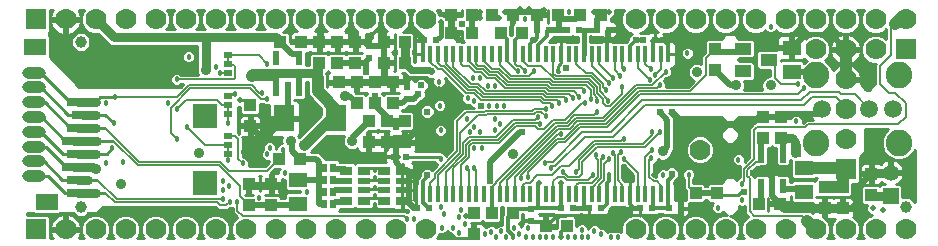
<source format=gbr>
G75*
G70*
%OFA0B0*%
%FSLAX24Y24*%
%IPPOS*%
%LPD*%
%AMOC8*
5,1,8,0,0,1.08239X$1,22.5*
%
%ADD10R,0.0400X0.0400*%
%ADD11R,0.0240X0.0230*%
%ADD12R,0.0230X0.0240*%
%ADD13R,0.0748X0.0315*%
%ADD14R,0.0827X0.0315*%
%ADD15R,0.0787X0.0787*%
%ADD16R,0.0748X0.0551*%
%ADD17R,0.0600X0.0500*%
%ADD18R,0.0200X0.0300*%
%ADD19R,0.0157X0.0551*%
%ADD20R,0.0700X0.0700*%
%ADD21C,0.0700*%
%ADD22R,0.0320X0.0200*%
%ADD23O,0.0780X0.0390*%
%ADD24R,0.0217X0.0472*%
%ADD25R,0.0400X0.0300*%
%ADD26R,0.0400X0.0200*%
%ADD27R,0.0700X0.0900*%
%ADD28R,0.0551X0.0394*%
%ADD29R,0.0300X0.0200*%
%ADD30C,0.0050*%
%ADD31C,0.0886*%
%ADD32C,0.0591*%
%ADD33R,0.0531X0.0531*%
%ADD34C,0.0531*%
%ADD35C,0.0394*%
%ADD36C,0.0180*%
%ADD37C,0.0100*%
%ADD38C,0.0198*%
%ADD39C,0.0200*%
%ADD40C,0.0120*%
%ADD41C,0.0237*%
%ADD42C,0.0300*%
%ADD43C,0.0354*%
%ADD44C,0.0400*%
%ADD45C,0.0240*%
%ADD46C,0.0080*%
%ADD47C,0.0360*%
%ADD48C,0.0160*%
D10*
X013758Y010502D03*
X014508Y010502D03*
X014508Y011202D03*
X013758Y011202D03*
X014758Y012052D03*
X015458Y012052D03*
X013808Y013152D03*
X013808Y013852D03*
X016058Y014602D03*
X016758Y014602D03*
X017358Y014602D03*
X017958Y014602D03*
X018558Y014602D03*
X018558Y013902D03*
X017958Y013902D03*
X017358Y013902D03*
X017758Y013302D03*
X018358Y013302D03*
X018958Y013302D03*
X018958Y012602D03*
X018358Y012602D03*
X017758Y012602D03*
X021258Y010252D03*
X021858Y010252D03*
X022558Y010252D03*
X023658Y009802D03*
X024358Y009802D03*
X021258Y009552D03*
X028658Y010902D03*
X029358Y010902D03*
X030758Y010552D03*
X031458Y010552D03*
X032958Y010402D03*
X033558Y010402D03*
X034508Y010852D03*
X033558Y011102D03*
X032958Y011102D03*
X034508Y011552D03*
X031508Y012752D03*
X030908Y012752D03*
X030908Y013452D03*
X031508Y013452D03*
X029308Y015002D03*
X029308Y015702D03*
X025508Y016852D03*
X024808Y016852D03*
X024058Y016852D03*
X023358Y016852D03*
X022558Y016852D03*
X021858Y016852D03*
X021208Y016852D03*
X020508Y016852D03*
X020508Y016252D03*
X021208Y016252D03*
X022158Y016252D03*
X022858Y016252D03*
X018958Y015952D03*
X018258Y015952D03*
X018258Y015252D03*
X018958Y015252D03*
X017308Y015252D03*
X016708Y015252D03*
X016108Y015252D03*
X016108Y015952D03*
X016708Y015952D03*
X017308Y015952D03*
X015508Y015952D03*
X014808Y015952D03*
D11*
X019608Y016002D03*
X020008Y016002D03*
X023358Y016352D03*
X023758Y016352D03*
X024358Y016352D03*
X024758Y016352D03*
X025358Y016352D03*
X025758Y016352D03*
X026908Y016002D03*
X027308Y016002D03*
X019008Y012127D03*
X018608Y012127D03*
X019358Y010402D03*
X019758Y010402D03*
X024158Y010402D03*
X024558Y010402D03*
X025108Y010402D03*
X025508Y010402D03*
X026808Y010402D03*
X027208Y010402D03*
X027758Y010402D03*
X028158Y010402D03*
D12*
X023183Y010397D03*
X023183Y009997D03*
X019033Y014052D03*
X019033Y014452D03*
X017783Y015402D03*
X017783Y015802D03*
D13*
X008224Y013529D03*
X008067Y013096D03*
X008067Y013962D03*
X008067Y012229D03*
X008067Y011363D03*
X008067Y010930D03*
D14*
X007949Y011796D03*
X007949Y012663D03*
D15*
X012319Y013489D03*
X012319Y011245D03*
D16*
X007023Y010615D03*
X006630Y015792D03*
D17*
X015408Y011352D03*
X015408Y010552D03*
X031858Y014952D03*
X031858Y015752D03*
X032258Y011752D03*
X032258Y010952D03*
D18*
X016588Y010952D03*
X016288Y010952D03*
X016288Y010552D03*
X016588Y010552D03*
X016588Y011352D03*
X016288Y011352D03*
X016288Y011752D03*
X016588Y011752D03*
D19*
X019564Y010869D03*
X019820Y010869D03*
X020075Y010869D03*
X020331Y010869D03*
X020587Y010869D03*
X020843Y010869D03*
X021099Y010869D03*
X021355Y010869D03*
X021611Y010869D03*
X021867Y010869D03*
X022123Y010869D03*
X022379Y010869D03*
X022634Y010869D03*
X022890Y010869D03*
X023146Y010869D03*
X023402Y010869D03*
X023658Y010869D03*
X023914Y010869D03*
X024170Y010869D03*
X024426Y010869D03*
X024682Y010869D03*
X024938Y010869D03*
X025194Y010869D03*
X025449Y010869D03*
X025705Y010869D03*
X025961Y010869D03*
X026217Y010869D03*
X026473Y010869D03*
X026729Y010869D03*
X026985Y010869D03*
X027241Y010869D03*
X027497Y010869D03*
X027753Y010869D03*
X027753Y015535D03*
X027497Y015535D03*
X027241Y015535D03*
X026985Y015535D03*
X026729Y015535D03*
X026473Y015535D03*
X026217Y015535D03*
X025961Y015535D03*
X025705Y015535D03*
X025449Y015535D03*
X025194Y015535D03*
X024938Y015535D03*
X024682Y015535D03*
X024426Y015535D03*
X024170Y015535D03*
X023914Y015535D03*
X023658Y015535D03*
X023402Y015535D03*
X023146Y015535D03*
X022890Y015535D03*
X022634Y015535D03*
X022379Y015535D03*
X022123Y015535D03*
X021867Y015535D03*
X021611Y015535D03*
X021355Y015535D03*
X021099Y015535D03*
X020843Y015535D03*
X020587Y015535D03*
X020331Y015535D03*
X020075Y015535D03*
X019820Y015535D03*
X019564Y015535D03*
D20*
X006658Y016702D03*
X006658Y009702D03*
X033658Y011702D03*
X035658Y015702D03*
D21*
X034658Y015702D03*
X033658Y015702D03*
X032658Y015702D03*
X032658Y016702D03*
X033658Y016702D03*
X034658Y016702D03*
X035658Y016702D03*
X033658Y014702D03*
X033658Y013702D03*
X033658Y012702D03*
X028808Y012352D03*
X028658Y009702D03*
X027658Y009702D03*
X026658Y009702D03*
X029658Y009702D03*
X030658Y009702D03*
X031658Y009702D03*
X032658Y009702D03*
X033658Y009702D03*
X034658Y009702D03*
X035658Y009702D03*
X031658Y016702D03*
X030658Y016702D03*
X029658Y016702D03*
X028658Y016702D03*
X027658Y016702D03*
X026658Y016702D03*
X019658Y016702D03*
X018658Y016702D03*
X017658Y016702D03*
X016658Y016702D03*
X015658Y016702D03*
X014658Y016702D03*
X013658Y016702D03*
X012658Y016702D03*
X011658Y016702D03*
X010658Y016702D03*
X009658Y016702D03*
X008658Y016702D03*
X007658Y016702D03*
X007658Y009702D03*
X008658Y009702D03*
X009658Y009702D03*
X010658Y009702D03*
X011658Y009702D03*
X012658Y009702D03*
X013658Y009702D03*
X014658Y009702D03*
X015658Y009702D03*
X016658Y009702D03*
X017658Y009702D03*
X018658Y009702D03*
X019658Y009702D03*
D22*
X029008Y010902D03*
D23*
X006608Y011479D03*
X006608Y011972D03*
X006608Y012464D03*
X006608Y012956D03*
X006608Y013448D03*
X006608Y013940D03*
X006608Y014432D03*
X006608Y014924D03*
D24*
X014684Y015414D03*
X015432Y015414D03*
X015432Y014390D03*
X015058Y014390D03*
X014684Y014390D03*
X030834Y012164D03*
X031582Y012164D03*
X031582Y011140D03*
X031208Y011140D03*
X030834Y011140D03*
D25*
X018888Y010652D03*
X018288Y010652D03*
X017608Y010652D03*
X017008Y010652D03*
X017008Y011652D03*
X017608Y011652D03*
X018288Y011652D03*
X018888Y011652D03*
D26*
X018888Y011302D03*
X018888Y011002D03*
X018288Y011002D03*
X018288Y011302D03*
X017608Y011302D03*
X017608Y011002D03*
X017008Y011002D03*
X017008Y011302D03*
D27*
X016665Y013402D03*
X014951Y013402D03*
D28*
X030225Y014978D03*
X031091Y015352D03*
X030225Y015726D03*
D29*
X013058Y015502D03*
X013058Y015202D03*
X013058Y014902D03*
X013058Y014152D03*
X013058Y013852D03*
X013058Y013552D03*
X013058Y012802D03*
X013058Y012502D03*
X013058Y012202D03*
D30*
X013058Y012002D01*
X013058Y012202D02*
X013058Y012502D01*
X012308Y012502D01*
X011708Y013102D01*
X011358Y012702D02*
X011158Y012902D01*
X011158Y013752D01*
X011808Y014402D01*
X013808Y014402D01*
X014158Y014052D01*
X014358Y014052D01*
X014208Y014252D02*
X014108Y014252D01*
X013858Y014502D01*
X011758Y014502D01*
X011358Y014102D01*
X009308Y014102D01*
X008964Y013096D02*
X010108Y011952D01*
X012808Y011952D01*
X013108Y011652D01*
X014358Y011652D01*
X014758Y012052D01*
X013558Y011902D02*
X013408Y012052D01*
X013408Y012702D01*
X013308Y012802D01*
X013058Y012802D01*
X013058Y013252D02*
X013058Y013552D01*
X013058Y013852D01*
X012858Y013852D01*
X012708Y014002D01*
X011658Y014002D01*
X011358Y013702D01*
X011358Y014702D02*
X013258Y014702D01*
X013308Y014752D01*
X013308Y015127D01*
X013258Y015177D01*
X013083Y015177D01*
X013058Y015202D01*
X013058Y015502D01*
X014108Y015502D01*
X014383Y015227D01*
X013058Y014902D02*
X012808Y014902D01*
X010058Y011852D02*
X009247Y012663D01*
X009212Y012663D01*
X008964Y013096D02*
X008929Y013096D01*
X010058Y011852D02*
X012758Y011852D01*
X013458Y011152D01*
X013458Y010802D01*
X013758Y010502D01*
X013383Y010627D02*
X013383Y010327D01*
X013558Y010152D01*
X018933Y010152D01*
X019033Y010052D01*
X019820Y010869D02*
X019820Y011263D01*
X019958Y011402D01*
X019958Y011552D01*
X020708Y012302D01*
X020708Y013302D01*
X021008Y013602D01*
X021608Y013602D01*
X021658Y013652D01*
X023208Y013652D01*
X023283Y013727D01*
X023658Y013727D01*
X023508Y013627D02*
X023658Y013477D01*
X023508Y013627D02*
X023333Y013627D01*
X023258Y013552D01*
X021708Y013552D01*
X021658Y013502D01*
X021408Y013502D01*
X020808Y012902D01*
X020808Y012252D01*
X020075Y011519D01*
X020075Y010869D01*
X020331Y010869D02*
X020331Y011625D01*
X020908Y012202D01*
X020908Y012577D01*
X021108Y012777D01*
X022008Y012777D01*
X022583Y013352D01*
X023308Y013352D01*
X023408Y013452D01*
X023458Y013252D02*
X023483Y013227D01*
X023458Y013252D02*
X022633Y013252D01*
X022058Y012677D01*
X021158Y012677D01*
X021008Y012527D01*
X021008Y012152D01*
X020587Y011731D01*
X020587Y010869D01*
X020843Y010869D02*
X020843Y011837D01*
X021108Y012102D01*
X021108Y012477D01*
X021208Y012577D01*
X022108Y012577D01*
X022683Y013152D01*
X023308Y013152D01*
X023408Y013052D01*
X023608Y013052D01*
X023908Y013352D01*
X024308Y013352D01*
X024858Y013902D01*
X024958Y013902D01*
X025158Y014052D02*
X025158Y014352D01*
X025008Y014502D01*
X023858Y014502D01*
X023758Y014602D01*
X022408Y014602D01*
X022058Y014952D01*
X021808Y014952D01*
X021608Y015152D01*
X021418Y015152D01*
X021355Y015215D01*
X021355Y015535D01*
X021611Y015535D02*
X021611Y015299D01*
X021858Y015052D01*
X022108Y015052D01*
X022458Y014702D01*
X023808Y014702D01*
X023908Y014602D01*
X025058Y014602D01*
X025258Y014402D01*
X025258Y014202D01*
X025383Y014077D01*
X025383Y013977D01*
X025558Y014052D02*
X025558Y013902D01*
X025658Y013802D01*
X025808Y013802D01*
X026208Y014202D01*
X026208Y014452D01*
X025758Y014577D02*
X025194Y015141D01*
X025194Y015535D01*
X025449Y015535D02*
X025449Y015211D01*
X025908Y014752D01*
X026133Y014827D02*
X025961Y014999D01*
X025961Y015535D01*
X026217Y015535D02*
X026217Y015093D01*
X026258Y015052D01*
X026729Y015081D02*
X026729Y015535D01*
X026985Y015535D02*
X026985Y015225D01*
X027158Y015052D01*
X027308Y014852D02*
X027497Y015040D01*
X027497Y015535D01*
X027658Y014952D02*
X027208Y014502D01*
X026658Y014502D01*
X025558Y013402D01*
X024658Y013402D01*
X024408Y013152D01*
X024033Y013152D01*
X022123Y011241D01*
X022123Y010869D01*
X021908Y010911D02*
X021908Y011142D01*
X022018Y011252D01*
X022018Y011287D01*
X023983Y013252D01*
X024358Y013252D01*
X024608Y013502D01*
X025258Y013502D01*
X025358Y013602D01*
X025733Y013977D02*
X025733Y014027D01*
X025458Y014302D01*
X025458Y014502D01*
X025158Y014802D01*
X024008Y014802D01*
X023914Y014896D01*
X023914Y015535D01*
X023508Y015152D02*
X023058Y015152D01*
X022890Y015320D01*
X022890Y015535D01*
X022634Y015535D02*
X022634Y015226D01*
X022708Y015152D01*
X022808Y015152D01*
X022983Y014977D01*
X023108Y014802D02*
X022508Y014802D01*
X022123Y015187D01*
X022123Y015535D01*
X022379Y015535D02*
X022379Y015306D01*
X022708Y014977D01*
X022733Y014977D01*
X023108Y014802D02*
X023283Y014977D01*
X023508Y015152D02*
X023958Y014702D01*
X025108Y014702D01*
X025358Y014452D01*
X025358Y014252D01*
X025558Y014052D01*
X025658Y014352D02*
X025558Y014452D01*
X025558Y014552D01*
X025208Y014902D01*
X025008Y014902D01*
X024682Y015228D01*
X024682Y015535D01*
X023708Y014502D02*
X023808Y014402D01*
X024858Y014402D01*
X024933Y014327D01*
X024783Y014127D02*
X024608Y014302D01*
X023758Y014302D01*
X023658Y014402D01*
X022308Y014402D01*
X021958Y014752D01*
X021708Y014752D01*
X021508Y014952D01*
X021318Y014952D01*
X021118Y015152D01*
X020908Y015152D01*
X020843Y015217D01*
X020843Y015535D01*
X020587Y015535D02*
X020587Y015123D01*
X021158Y014552D01*
X021408Y014552D01*
X021658Y014302D01*
X023608Y014302D01*
X023708Y014202D01*
X024433Y014202D01*
X024558Y014077D01*
X024333Y014027D02*
X024258Y014102D01*
X023658Y014102D01*
X023558Y014202D01*
X021608Y014202D01*
X021358Y014452D01*
X021108Y014452D01*
X020331Y015229D01*
X020331Y015535D01*
X020075Y015535D02*
X020075Y015235D01*
X020158Y015152D01*
X020258Y015152D01*
X021058Y014352D01*
X021308Y014352D01*
X021558Y014102D01*
X023508Y014102D01*
X023608Y014002D01*
X024033Y014002D01*
X024108Y013927D01*
X023883Y013827D02*
X023808Y013902D01*
X023558Y013902D01*
X023458Y014002D01*
X021508Y014002D01*
X021258Y014252D01*
X021008Y014252D01*
X020208Y015052D01*
X020058Y015052D01*
X019820Y015290D01*
X019820Y015535D01*
X021099Y015535D02*
X021099Y015321D01*
X021368Y015052D01*
X021558Y015052D01*
X021758Y014852D01*
X022008Y014852D01*
X022358Y014502D01*
X023708Y014502D01*
X024708Y013302D02*
X025608Y013302D01*
X026708Y014402D01*
X027358Y014402D01*
X027458Y014502D01*
X027133Y014677D02*
X026729Y015081D01*
X026758Y014302D02*
X028458Y014302D01*
X029008Y014852D01*
X029008Y015402D01*
X029308Y015702D01*
X031091Y015352D02*
X031308Y015352D01*
X031308Y014752D01*
X031508Y014552D01*
X032083Y014552D01*
X032258Y014402D02*
X032058Y014202D01*
X026808Y014202D01*
X025708Y013102D01*
X024808Y013102D01*
X024308Y012602D01*
X024083Y012602D01*
X023083Y011602D01*
X023083Y011452D01*
X023133Y011252D02*
X023383Y011502D01*
X023858Y011502D01*
X024183Y011827D01*
X024433Y011827D01*
X025258Y012652D01*
X026183Y012652D01*
X026258Y012727D01*
X026908Y012552D02*
X027208Y012852D01*
X027208Y012952D01*
X027458Y012952D02*
X026958Y012452D01*
X025358Y012452D01*
X024858Y011952D01*
X024858Y011552D01*
X024758Y011452D01*
X024408Y011452D01*
X024233Y011627D01*
X024258Y011452D02*
X024358Y011352D01*
X025058Y011352D01*
X025233Y011527D01*
X025408Y011452D02*
X025208Y011252D01*
X024758Y011252D01*
X024682Y011176D01*
X024682Y010869D01*
X025194Y010869D02*
X025194Y011087D01*
X025508Y011402D01*
X025508Y012052D01*
X025558Y012102D01*
X025408Y012002D02*
X025333Y012077D01*
X025333Y012177D01*
X025408Y012002D02*
X025408Y011452D01*
X025608Y011352D02*
X025608Y011877D01*
X025783Y012052D01*
X025958Y012202D02*
X025908Y012252D01*
X025958Y012202D02*
X025958Y010872D01*
X025961Y010869D01*
X026217Y010869D02*
X026217Y011193D01*
X026058Y011352D01*
X026058Y012177D01*
X026158Y012277D01*
X026258Y012052D02*
X026729Y011581D01*
X026729Y010869D01*
X026985Y010869D02*
X026985Y012129D01*
X027208Y012352D01*
X027183Y012077D02*
X027108Y012002D01*
X027108Y011452D01*
X027258Y011302D01*
X027358Y011302D01*
X027497Y011163D01*
X027497Y010869D01*
X028433Y011127D02*
X028433Y011527D01*
X028433Y011127D02*
X028658Y010902D01*
X030208Y011227D02*
X030283Y011302D01*
X030283Y011727D01*
X030608Y012052D01*
X030608Y013002D01*
X030708Y013102D01*
X032308Y013102D01*
X032408Y013202D01*
X035408Y013202D01*
X035658Y013452D01*
X035658Y013902D01*
X035308Y014252D01*
X035108Y014252D01*
X034808Y014552D01*
X034808Y015152D01*
X035158Y015502D01*
X035158Y016402D01*
X035308Y016552D01*
X030834Y012164D02*
X030834Y012028D01*
X030758Y011952D01*
X030658Y011952D01*
X030383Y011677D01*
X030383Y011477D01*
X030458Y011402D01*
X030458Y010302D01*
X030608Y010152D01*
X032208Y010152D01*
X032383Y009977D01*
X026908Y012552D02*
X025308Y012552D01*
X024758Y012002D01*
X024758Y011702D01*
X024683Y011627D01*
X024258Y011452D02*
X024058Y011452D01*
X023914Y011308D01*
X023914Y010869D01*
X023133Y011252D02*
X022958Y011252D01*
X022890Y011184D01*
X022890Y010869D01*
X022634Y010869D02*
X022634Y011453D01*
X024058Y012877D01*
X024158Y012877D01*
X024083Y013052D02*
X024458Y013052D01*
X024708Y013302D01*
X024758Y013202D02*
X025658Y013202D01*
X026758Y014302D01*
X024758Y013202D02*
X024258Y012702D01*
X024033Y012702D01*
X022833Y011502D01*
X022833Y011402D01*
X022379Y011347D02*
X024083Y013052D01*
X021355Y011685D02*
X021278Y011762D01*
X021355Y011685D02*
X021355Y010869D01*
X021099Y010869D02*
X021099Y011711D01*
X021048Y011762D01*
X022379Y011347D02*
X022379Y010869D01*
X021908Y010911D02*
X021867Y010869D01*
X025449Y010869D02*
X025449Y011193D01*
X025608Y011352D01*
X025508Y016852D02*
X025608Y016952D01*
X025758Y016952D01*
X025508Y016852D02*
X025408Y016952D01*
X025258Y016952D01*
X013133Y010627D02*
X013008Y010502D01*
X012808Y010502D01*
X012708Y010602D01*
X009308Y010602D01*
X008980Y010930D01*
X008945Y010930D01*
X009358Y010702D02*
X012908Y010702D01*
X009358Y010702D02*
X008697Y011363D01*
X008662Y011363D01*
D31*
X032679Y012588D03*
X035435Y012588D03*
X035435Y014832D03*
X032679Y014832D03*
D32*
X032876Y013710D03*
X033664Y013710D03*
X034451Y013710D03*
X035238Y013710D03*
D33*
X035158Y010808D03*
D34*
X035158Y011596D03*
D35*
X035658Y010452D03*
X008158Y010452D03*
X008158Y015952D03*
D36*
X011358Y014702D03*
X011058Y013902D03*
X011358Y013702D03*
X011708Y013102D03*
X011358Y012702D03*
X013058Y013252D03*
X013308Y014202D03*
X014208Y014252D03*
X014358Y014052D03*
X012808Y014902D03*
X012683Y015102D03*
X011758Y015452D03*
X014383Y015227D03*
X009308Y014102D03*
X009008Y013902D03*
X009258Y013252D03*
X009208Y012402D03*
X009558Y011952D03*
X009008Y011902D03*
X012908Y011302D03*
X013108Y011152D03*
X012908Y011002D03*
X012908Y010702D03*
X013133Y010627D03*
X013383Y010627D03*
X014108Y010752D03*
X014958Y011577D03*
X014908Y012352D03*
X014458Y012427D03*
X014383Y012202D03*
X013558Y011902D03*
X013058Y012002D03*
X015708Y010952D03*
X017958Y011077D03*
X017958Y010827D03*
X017958Y011427D03*
X017958Y011677D03*
X020158Y012052D03*
X021048Y011762D03*
X021278Y011762D03*
X021283Y012402D03*
X021533Y012402D03*
X021458Y012952D03*
X021283Y013127D03*
X021133Y012952D03*
X021033Y013377D03*
X021283Y013977D03*
X021058Y014077D03*
X021783Y013827D03*
X022033Y013827D03*
X022283Y013827D03*
X021958Y013377D03*
X022133Y013202D03*
X021958Y013027D03*
X023408Y013452D03*
X023483Y013227D03*
X023658Y013477D03*
X023658Y013727D03*
X023883Y013827D03*
X024108Y013927D03*
X024333Y014027D03*
X024558Y014077D03*
X024783Y014127D03*
X024933Y014327D03*
X025158Y014052D03*
X025383Y013977D03*
X025733Y013977D03*
X025358Y013602D03*
X024958Y013902D03*
X025658Y014352D03*
X025758Y014577D03*
X025908Y014752D03*
X026133Y014827D03*
X026258Y015052D03*
X027158Y015052D03*
X027308Y014852D03*
X027133Y014677D03*
X027458Y014502D03*
X027658Y014952D03*
X028383Y015577D03*
X026208Y014452D03*
X024083Y014977D03*
X023283Y014977D03*
X022983Y014977D03*
X022733Y014977D03*
X021983Y014477D03*
X021733Y014477D03*
X021468Y014752D03*
X021233Y014752D03*
X020108Y014627D03*
X020133Y013827D03*
X020158Y013002D03*
X022833Y011402D03*
X023083Y011452D03*
X023633Y011902D03*
X023833Y011752D03*
X024233Y011627D03*
X024683Y011627D03*
X025233Y011527D03*
X025783Y011527D03*
X025783Y012052D03*
X025558Y012102D03*
X025333Y012177D03*
X025908Y012252D03*
X026158Y012277D03*
X026258Y012052D03*
X027183Y012077D03*
X027208Y012352D03*
X026258Y012727D03*
X027208Y012952D03*
X027458Y012952D03*
X027558Y011527D03*
X028433Y011527D03*
X030083Y012027D03*
X030208Y011227D03*
X030208Y010677D03*
X029408Y010427D03*
X026058Y009442D03*
X025828Y009442D03*
X025498Y009542D03*
X025288Y009647D03*
X025088Y009442D03*
X024858Y009442D03*
X024628Y009442D03*
X024398Y009442D03*
X023918Y009442D03*
X023688Y009442D03*
X023458Y009442D03*
X023228Y009442D03*
X022998Y009442D03*
X022758Y009562D03*
X022558Y009442D03*
X022328Y009442D03*
X022188Y009642D03*
X021998Y009442D03*
X021848Y009622D03*
X021623Y009552D03*
X020958Y009877D03*
X020758Y010127D03*
X020833Y010352D03*
X020258Y010227D03*
X020183Y010452D03*
X019283Y010052D03*
X019033Y010052D03*
X020193Y009752D03*
X020583Y009752D03*
X020763Y009592D03*
X022618Y009752D03*
X023058Y009732D03*
X024858Y009682D03*
X024158Y012877D03*
X022958Y016702D03*
X024433Y016957D03*
X031158Y016452D03*
X032083Y014552D03*
X032258Y014402D03*
X032008Y013302D03*
D37*
X007138Y010106D02*
X007138Y009402D01*
X007223Y009402D01*
X007217Y009407D01*
X007138Y009598D01*
X007138Y009653D01*
X007609Y009653D01*
X007609Y009750D01*
X007138Y009750D01*
X007138Y009805D01*
X007217Y009996D01*
X007364Y010143D01*
X007555Y010222D01*
X007610Y010222D01*
X007610Y009751D01*
X007707Y009751D01*
X007707Y010222D01*
X007762Y010222D01*
X007953Y010143D01*
X008099Y009996D01*
X008178Y009805D01*
X008178Y009750D01*
X007707Y009750D01*
X007707Y009653D01*
X008178Y009653D01*
X008178Y009598D01*
X008099Y009407D01*
X008093Y009402D01*
X008279Y009402D01*
X008251Y009430D01*
X008178Y009606D01*
X008178Y009797D01*
X008251Y009974D01*
X008386Y010109D01*
X008563Y010182D01*
X008754Y010182D01*
X008930Y010109D01*
X009065Y009974D01*
X009138Y009797D01*
X009138Y009606D01*
X009065Y009430D01*
X009037Y009402D01*
X009279Y009402D01*
X009251Y009430D01*
X009178Y009606D01*
X009178Y009797D01*
X009251Y009974D01*
X009386Y010109D01*
X009563Y010182D01*
X009754Y010182D01*
X009930Y010109D01*
X010065Y009974D01*
X010138Y009797D01*
X010138Y009606D01*
X010065Y009430D01*
X010037Y009402D01*
X010279Y009402D01*
X010251Y009430D01*
X010178Y009606D01*
X010178Y009797D01*
X010251Y009974D01*
X010386Y010109D01*
X010563Y010182D01*
X010754Y010182D01*
X010930Y010109D01*
X011065Y009974D01*
X011138Y009797D01*
X011138Y009606D01*
X011065Y009430D01*
X011037Y009402D01*
X011279Y009402D01*
X011251Y009430D01*
X011178Y009606D01*
X011178Y009797D01*
X011251Y009974D01*
X011386Y010109D01*
X011563Y010182D01*
X011754Y010182D01*
X011930Y010109D01*
X012065Y009974D01*
X012138Y009797D01*
X012138Y009606D01*
X012065Y009430D01*
X012037Y009402D01*
X012279Y009402D01*
X012251Y009430D01*
X012178Y009606D01*
X012178Y009797D01*
X012251Y009974D01*
X012386Y010109D01*
X012563Y010182D01*
X012754Y010182D01*
X012930Y010109D01*
X013065Y009974D01*
X013138Y009797D01*
X013138Y009606D01*
X013065Y009430D01*
X013037Y009402D01*
X013279Y009402D01*
X013251Y009430D01*
X013178Y009606D01*
X013178Y009797D01*
X013251Y009974D01*
X013384Y010107D01*
X013319Y010172D01*
X013228Y010263D01*
X013228Y010428D01*
X013177Y010407D01*
X013132Y010407D01*
X013072Y010347D01*
X012944Y010347D01*
X012744Y010347D01*
X012653Y010438D01*
X012644Y010447D01*
X009244Y010447D01*
X008922Y010447D01*
X008722Y010247D01*
X008594Y010247D01*
X008415Y010247D01*
X008293Y010125D01*
X008023Y010125D01*
X007901Y010247D01*
X007489Y010247D01*
X007451Y010210D01*
X006596Y010210D01*
X006558Y010247D01*
X006358Y010247D01*
X006358Y010182D01*
X007062Y010182D01*
X007138Y010106D01*
X007138Y010089D02*
X007310Y010089D01*
X007215Y009990D02*
X007138Y009990D01*
X007138Y009892D02*
X007174Y009892D01*
X007138Y009793D02*
X007138Y009793D01*
X007138Y009695D02*
X007609Y009695D01*
X007707Y009695D02*
X008178Y009695D01*
X008178Y009793D02*
X008178Y009793D01*
X008142Y009892D02*
X008217Y009892D01*
X008268Y009990D02*
X008101Y009990D01*
X008007Y010089D02*
X008366Y010089D01*
X008356Y010187D02*
X013303Y010187D01*
X013366Y010089D02*
X012950Y010089D01*
X013049Y009990D02*
X013268Y009990D01*
X013217Y009892D02*
X013099Y009892D01*
X013138Y009793D02*
X013178Y009793D01*
X013178Y009695D02*
X013138Y009695D01*
X013134Y009596D02*
X013182Y009596D01*
X013223Y009498D02*
X013093Y009498D01*
X012223Y009498D02*
X012093Y009498D01*
X012134Y009596D02*
X012182Y009596D01*
X012178Y009695D02*
X012138Y009695D01*
X012138Y009793D02*
X012178Y009793D01*
X012217Y009892D02*
X012099Y009892D01*
X012049Y009990D02*
X012268Y009990D01*
X012366Y010089D02*
X011950Y010089D01*
X011366Y010089D02*
X010950Y010089D01*
X011049Y009990D02*
X011268Y009990D01*
X011217Y009892D02*
X011099Y009892D01*
X011138Y009793D02*
X011178Y009793D01*
X011178Y009695D02*
X011138Y009695D01*
X011134Y009596D02*
X011182Y009596D01*
X011223Y009498D02*
X011093Y009498D01*
X010223Y009498D02*
X010093Y009498D01*
X010134Y009596D02*
X010182Y009596D01*
X010178Y009695D02*
X010138Y009695D01*
X010138Y009793D02*
X010178Y009793D01*
X010217Y009892D02*
X010099Y009892D01*
X010049Y009990D02*
X010268Y009990D01*
X010366Y010089D02*
X009950Y010089D01*
X009366Y010089D02*
X008950Y010089D01*
X009049Y009990D02*
X009268Y009990D01*
X009217Y009892D02*
X009099Y009892D01*
X009138Y009793D02*
X009178Y009793D01*
X009178Y009695D02*
X009138Y009695D01*
X009134Y009596D02*
X009182Y009596D01*
X009223Y009498D02*
X009093Y009498D01*
X008223Y009498D02*
X008136Y009498D01*
X008177Y009596D02*
X008182Y009596D01*
X007707Y009793D02*
X007610Y009793D01*
X007610Y009892D02*
X007707Y009892D01*
X007707Y009990D02*
X007610Y009990D01*
X007610Y010089D02*
X007707Y010089D01*
X007707Y010187D02*
X007610Y010187D01*
X007471Y010187D02*
X006358Y010187D01*
X007138Y009596D02*
X007139Y009596D01*
X007138Y009498D02*
X007180Y009498D01*
X007845Y010187D02*
X007960Y010187D01*
X008761Y010286D02*
X013228Y010286D01*
X013228Y010384D02*
X013110Y010384D01*
X012706Y010384D02*
X008860Y010384D01*
X008945Y010930D02*
X008680Y010930D01*
X008067Y010930D02*
X007630Y010930D01*
X007081Y011479D01*
X006608Y011479D01*
X006608Y011972D02*
X006938Y011972D01*
X007547Y011363D01*
X008067Y011363D01*
X008397Y011363D02*
X008662Y011363D01*
X008642Y011607D02*
X008532Y011717D01*
X008532Y011768D01*
X007978Y011768D01*
X007978Y011825D01*
X008532Y011825D01*
X008532Y011859D01*
X008544Y011847D01*
X008644Y011847D01*
X008753Y011738D01*
X008753Y011666D01*
X008694Y011607D01*
X008642Y011607D01*
X008584Y011665D02*
X008753Y011665D01*
X008727Y011764D02*
X008532Y011764D01*
X008686Y012229D02*
X009036Y012229D01*
X009208Y012402D01*
X009212Y012663D02*
X008697Y012663D01*
X008664Y013096D02*
X008929Y013096D01*
X009258Y013252D02*
X008981Y013529D01*
X008681Y013529D01*
X008224Y013529D02*
X007731Y013529D01*
X006828Y014432D01*
X006608Y014432D01*
X006608Y013940D02*
X006970Y013940D01*
X007814Y013096D01*
X008067Y013096D01*
X007949Y012663D02*
X007647Y012663D01*
X006862Y013448D01*
X006608Y013448D01*
X006608Y012956D02*
X006854Y012956D01*
X007581Y012229D01*
X008067Y012229D01*
X007920Y011825D02*
X007613Y011825D01*
X007613Y011768D01*
X007920Y011768D01*
X007920Y011825D01*
X007949Y011796D02*
X007664Y011796D01*
X006996Y012464D01*
X006608Y012464D01*
X007798Y013962D02*
X006836Y014924D01*
X006608Y014924D01*
X007169Y015410D02*
X011538Y015410D01*
X011538Y015408D02*
X011572Y015327D01*
X011633Y015265D01*
X011714Y015232D01*
X011802Y015232D01*
X011883Y015265D01*
X011945Y015327D01*
X011978Y015408D01*
X011978Y015496D01*
X011945Y015576D01*
X011883Y015638D01*
X011802Y015672D01*
X011714Y015672D01*
X011633Y015638D01*
X011572Y015576D01*
X011538Y015496D01*
X011538Y015408D01*
X011544Y015509D02*
X007134Y015509D01*
X007134Y015463D02*
X007134Y016122D01*
X007113Y016143D01*
X007113Y016273D01*
X007138Y016298D01*
X007138Y017002D01*
X007223Y017002D01*
X007217Y016996D01*
X007138Y016805D01*
X007138Y016750D01*
X007609Y016750D01*
X007609Y016653D01*
X007138Y016653D01*
X007138Y016598D01*
X007217Y016407D01*
X007364Y016261D01*
X007555Y016182D01*
X007610Y016182D01*
X007610Y016653D01*
X007707Y016653D01*
X007707Y016750D01*
X008178Y016750D01*
X008178Y016805D01*
X008099Y016996D01*
X008093Y017002D01*
X008279Y017002D01*
X008251Y016974D01*
X008178Y016797D01*
X008178Y016606D01*
X008251Y016430D01*
X008386Y016295D01*
X008563Y016222D01*
X008742Y016222D01*
X008978Y015986D01*
X009142Y015822D01*
X012053Y015822D01*
X012053Y015129D01*
X012026Y015063D01*
X012026Y014941D01*
X012061Y014857D01*
X011514Y014857D01*
X011483Y014888D01*
X011402Y014922D01*
X011314Y014922D01*
X011233Y014888D01*
X011172Y014826D01*
X011138Y014746D01*
X011138Y014658D01*
X011172Y014577D01*
X011233Y014515D01*
X011314Y014482D01*
X011402Y014482D01*
X011483Y014515D01*
X011514Y014547D01*
X011584Y014547D01*
X011494Y014457D01*
X008122Y014457D01*
X007125Y015454D01*
X007134Y015463D01*
X007134Y015607D02*
X011602Y015607D01*
X011587Y015312D02*
X007268Y015312D01*
X007366Y015213D02*
X012053Y015213D01*
X012053Y015312D02*
X011929Y015312D01*
X011978Y015410D02*
X012053Y015410D01*
X012053Y015509D02*
X011973Y015509D01*
X011914Y015607D02*
X012053Y015607D01*
X012053Y015706D02*
X008374Y015706D01*
X008293Y015625D02*
X008023Y015625D01*
X007831Y015816D01*
X007831Y016087D01*
X008023Y016279D01*
X008293Y016279D01*
X008485Y016087D01*
X008485Y015816D01*
X008293Y015625D01*
X008473Y015804D02*
X012053Y015804D01*
X012017Y016382D02*
X012065Y016430D01*
X012138Y016606D01*
X012138Y016797D01*
X012065Y016974D01*
X012037Y017002D01*
X012279Y017002D01*
X012251Y016974D01*
X012178Y016797D01*
X012178Y016606D01*
X012251Y016430D01*
X012299Y016382D01*
X012217Y016382D01*
X012017Y016382D01*
X012031Y016396D02*
X012286Y016396D01*
X012225Y016494D02*
X012092Y016494D01*
X012132Y016593D02*
X012184Y016593D01*
X012178Y016691D02*
X012138Y016691D01*
X012138Y016790D02*
X012178Y016790D01*
X012216Y016888D02*
X012100Y016888D01*
X012052Y016987D02*
X012264Y016987D01*
X013037Y017002D02*
X013279Y017002D01*
X013251Y016974D01*
X013178Y016797D01*
X013178Y016606D01*
X013251Y016430D01*
X013299Y016382D01*
X013017Y016382D01*
X013065Y016430D01*
X013138Y016606D01*
X013138Y016797D01*
X013065Y016974D01*
X013037Y017002D01*
X013052Y016987D02*
X013264Y016987D01*
X013216Y016888D02*
X013100Y016888D01*
X013138Y016790D02*
X013178Y016790D01*
X013178Y016691D02*
X013138Y016691D01*
X013132Y016593D02*
X013184Y016593D01*
X013225Y016494D02*
X013092Y016494D01*
X013031Y016396D02*
X013286Y016396D01*
X014017Y016382D02*
X014065Y016430D01*
X014138Y016606D01*
X014138Y016797D01*
X014065Y016974D01*
X014037Y017002D01*
X014279Y017002D01*
X014251Y016974D01*
X014178Y016797D01*
X014178Y016606D01*
X014251Y016430D01*
X014299Y016382D01*
X014017Y016382D01*
X014031Y016396D02*
X014286Y016396D01*
X014225Y016494D02*
X014092Y016494D01*
X014132Y016593D02*
X014184Y016593D01*
X014178Y016691D02*
X014138Y016691D01*
X014138Y016790D02*
X014178Y016790D01*
X014216Y016888D02*
X014100Y016888D01*
X014052Y016987D02*
X014264Y016987D01*
X015037Y017002D02*
X015279Y017002D01*
X015251Y016974D01*
X015178Y016797D01*
X015178Y016606D01*
X015251Y016430D01*
X015359Y016322D01*
X015238Y016322D01*
X015138Y016222D01*
X015138Y016002D01*
X015458Y016002D01*
X015458Y015902D01*
X015183Y015902D01*
X015138Y015947D01*
X015138Y016206D01*
X015062Y016282D01*
X014898Y016282D01*
X014930Y016295D01*
X015065Y016430D01*
X015138Y016606D01*
X015138Y016797D01*
X015065Y016974D01*
X015037Y017002D01*
X015052Y016987D02*
X015264Y016987D01*
X015216Y016888D02*
X015100Y016888D01*
X015138Y016790D02*
X015178Y016790D01*
X015178Y016691D02*
X015138Y016691D01*
X015132Y016593D02*
X015184Y016593D01*
X015225Y016494D02*
X015092Y016494D01*
X015031Y016396D02*
X015286Y016396D01*
X015213Y016297D02*
X014932Y016297D01*
X015138Y016198D02*
X015138Y016198D01*
X015138Y016100D02*
X015138Y016100D01*
X015138Y016001D02*
X015458Y016001D01*
X015458Y015903D02*
X015182Y015903D01*
X015558Y015903D02*
X016058Y015903D01*
X016058Y015902D02*
X015878Y015902D01*
X015558Y015902D01*
X015558Y016002D01*
X015878Y016002D01*
X016058Y016002D01*
X016058Y016322D01*
X015957Y016322D01*
X016065Y016430D01*
X016138Y016606D01*
X016138Y016797D01*
X016065Y016974D01*
X016037Y017002D01*
X016279Y017002D01*
X016251Y016974D01*
X016178Y016797D01*
X016178Y016606D01*
X016251Y016430D01*
X016359Y016322D01*
X016158Y016322D01*
X016158Y016002D01*
X016058Y016002D01*
X016058Y015902D01*
X016158Y015902D01*
X016158Y016002D01*
X016338Y016002D01*
X016658Y016002D01*
X016658Y015902D01*
X016338Y015902D01*
X016158Y015902D01*
X016158Y015582D01*
X016379Y015582D01*
X016408Y015611D01*
X016438Y015582D01*
X016658Y015582D01*
X016658Y015902D01*
X016758Y015902D01*
X016758Y016002D01*
X017078Y016002D01*
X017258Y016002D01*
X017258Y016322D01*
X017038Y016322D01*
X017008Y016292D01*
X016979Y016322D01*
X016957Y016322D01*
X017065Y016430D01*
X017138Y016606D01*
X017138Y016797D01*
X017065Y016974D01*
X017037Y017002D01*
X017279Y017002D01*
X017251Y016974D01*
X017178Y016797D01*
X017178Y016606D01*
X017251Y016430D01*
X017359Y016322D01*
X017358Y016322D01*
X017358Y016002D01*
X017258Y016002D01*
X017258Y015902D01*
X017078Y015902D01*
X016758Y015902D01*
X016758Y015582D01*
X016979Y015582D01*
X017008Y015611D01*
X017038Y015582D01*
X017258Y015582D01*
X017258Y015902D01*
X017358Y015902D01*
X017358Y015582D01*
X017528Y015582D01*
X017054Y015582D01*
X017008Y015536D01*
X016962Y015582D01*
X016454Y015582D01*
X016408Y015536D01*
X016362Y015582D01*
X015854Y015582D01*
X015778Y015506D01*
X015778Y015318D01*
X015778Y015182D01*
X015670Y015182D01*
X015670Y015582D01*
X015779Y015582D01*
X015808Y015611D01*
X015838Y015582D01*
X016058Y015582D01*
X016058Y015902D01*
X016058Y015804D02*
X016158Y015804D01*
X016158Y015706D02*
X016058Y015706D01*
X016058Y015607D02*
X016158Y015607D01*
X016404Y015607D02*
X016412Y015607D01*
X016658Y015607D02*
X016758Y015607D01*
X016758Y015706D02*
X016658Y015706D01*
X016658Y015804D02*
X016758Y015804D01*
X016758Y015903D02*
X017258Y015903D01*
X017258Y016001D02*
X016758Y016001D01*
X016658Y016001D02*
X016158Y016001D01*
X016158Y015903D02*
X016658Y015903D01*
X017003Y016297D02*
X017013Y016297D01*
X017031Y016396D02*
X017286Y016396D01*
X017258Y016297D02*
X017358Y016297D01*
X017358Y016198D02*
X017258Y016198D01*
X017258Y016100D02*
X017358Y016100D01*
X017358Y015804D02*
X017258Y015804D01*
X017258Y015706D02*
X017358Y015706D01*
X017358Y015607D02*
X017258Y015607D01*
X017012Y015607D02*
X017004Y015607D01*
X017528Y015582D02*
X017528Y015582D01*
X017776Y015810D02*
X017776Y016092D01*
X017678Y016092D01*
X017678Y016222D01*
X017754Y016222D01*
X017930Y016295D01*
X018065Y016430D01*
X018138Y016606D01*
X018138Y016797D01*
X018065Y016974D01*
X018037Y017002D01*
X018279Y017002D01*
X018251Y016974D01*
X018178Y016797D01*
X018178Y016606D01*
X018251Y016430D01*
X018359Y016322D01*
X018308Y016322D01*
X018308Y016002D01*
X018208Y016002D01*
X018208Y016322D01*
X017988Y016322D01*
X017888Y016222D01*
X017888Y016092D01*
X017791Y016092D01*
X017791Y015810D01*
X017776Y015810D01*
X017776Y015903D02*
X017791Y015903D01*
X017791Y016001D02*
X017776Y016001D01*
X017678Y016100D02*
X017888Y016100D01*
X017888Y016198D02*
X017678Y016198D01*
X017932Y016297D02*
X017963Y016297D01*
X018031Y016396D02*
X018286Y016396D01*
X018308Y016297D02*
X018208Y016297D01*
X018208Y016198D02*
X018308Y016198D01*
X018308Y016100D02*
X018208Y016100D01*
X018308Y016002D02*
X018628Y016002D01*
X018628Y016222D01*
X018644Y016222D01*
X018628Y016206D01*
X018628Y015698D01*
X018678Y015648D01*
X018678Y015556D01*
X018628Y015506D01*
X018628Y014998D01*
X018654Y014972D01*
X018618Y014972D01*
X018628Y014981D01*
X018628Y015202D01*
X018308Y015202D01*
X018308Y015302D01*
X018208Y015302D01*
X018208Y015622D01*
X018208Y015902D01*
X018308Y015902D01*
X018308Y016002D01*
X018308Y016001D02*
X018628Y016001D01*
X018628Y015903D02*
X018308Y015903D01*
X018308Y015902D02*
X018628Y015902D01*
X018628Y015681D01*
X018548Y015602D01*
X018628Y015522D01*
X018628Y015302D01*
X018308Y015302D01*
X018308Y015622D01*
X018308Y015902D01*
X018308Y015804D02*
X018208Y015804D01*
X018208Y015706D02*
X018308Y015706D01*
X018308Y015607D02*
X018208Y015607D01*
X018208Y015509D02*
X018308Y015509D01*
X018308Y015410D02*
X018208Y015410D01*
X018208Y015312D02*
X018308Y015312D01*
X018308Y015213D02*
X018628Y015213D01*
X018628Y015114D02*
X018628Y015114D01*
X018628Y015016D02*
X018628Y015016D01*
X018878Y014922D02*
X018935Y014922D01*
X019080Y014777D01*
X019680Y014777D01*
X019730Y014727D01*
X019911Y014727D01*
X019888Y014671D01*
X019888Y014583D01*
X019922Y014502D01*
X019983Y014440D01*
X020064Y014407D01*
X020152Y014407D01*
X020233Y014440D01*
X020295Y014502D01*
X020328Y014583D01*
X020328Y014671D01*
X020298Y014743D01*
X020853Y014188D01*
X020853Y014188D01*
X020862Y014179D01*
X020838Y014121D01*
X020838Y014033D01*
X020872Y013952D01*
X020933Y013890D01*
X021014Y013857D01*
X021095Y013857D01*
X021097Y013852D01*
X021158Y013790D01*
X021239Y013757D01*
X021259Y013757D01*
X020944Y013757D01*
X020853Y013666D01*
X020553Y013366D01*
X020553Y013238D01*
X020553Y012366D01*
X020350Y012163D01*
X020345Y012176D01*
X020283Y012238D01*
X020202Y012272D01*
X020193Y012272D01*
X020158Y012307D01*
X020009Y012307D01*
X019303Y012307D01*
X019328Y012331D01*
X019328Y012552D01*
X019008Y012552D01*
X019008Y012652D01*
X018908Y012652D01*
X018908Y012972D01*
X018873Y012972D01*
X019212Y012972D01*
X019288Y013048D01*
X019288Y013556D01*
X019212Y013632D01*
X018872Y013632D01*
X018888Y013648D01*
X018888Y013672D01*
X018978Y013672D01*
X019108Y013802D01*
X019202Y013802D01*
X019222Y013822D01*
X019353Y013822D01*
X019504Y013972D01*
X019549Y013991D01*
X019619Y014061D01*
X019638Y014106D01*
X019638Y014107D01*
X019657Y014152D01*
X019657Y014251D01*
X019642Y014288D01*
X019649Y014291D01*
X019719Y014361D01*
X019757Y014452D01*
X019757Y014551D01*
X019719Y014643D01*
X019649Y014713D01*
X019558Y014751D01*
X019459Y014751D01*
X019367Y014713D01*
X019307Y014653D01*
X019219Y014742D01*
X019041Y014742D01*
X019041Y014460D01*
X019026Y014460D01*
X019026Y014742D01*
X018928Y014742D01*
X018928Y014872D01*
X018878Y014922D01*
X018883Y014917D02*
X018939Y014917D01*
X018928Y014819D02*
X019038Y014819D01*
X019026Y014720D02*
X019041Y014720D01*
X019041Y014622D02*
X019026Y014622D01*
X019026Y014523D02*
X019041Y014523D01*
X019240Y014720D02*
X019386Y014720D01*
X019631Y014720D02*
X019909Y014720D01*
X019888Y014622D02*
X019728Y014622D01*
X019757Y014523D02*
X019913Y014523D01*
X020021Y014425D02*
X019745Y014425D01*
X019684Y014326D02*
X020715Y014326D01*
X020813Y014228D02*
X019657Y014228D01*
X019647Y014129D02*
X020842Y014129D01*
X020839Y014031D02*
X020216Y014031D01*
X020177Y014047D02*
X020089Y014047D01*
X020008Y014013D01*
X019947Y013951D01*
X019913Y013871D01*
X019913Y013783D01*
X019947Y013702D01*
X020008Y013640D01*
X020089Y013607D01*
X020177Y013607D01*
X020258Y013640D01*
X020320Y013702D01*
X020353Y013783D01*
X020353Y013871D01*
X020320Y013951D01*
X020258Y014013D01*
X020177Y014047D01*
X020050Y014031D02*
X019588Y014031D01*
X019638Y014107D02*
X019638Y014107D01*
X019659Y013876D02*
X019567Y013838D01*
X019497Y013768D01*
X019459Y013676D01*
X019459Y013577D01*
X019497Y013486D01*
X019567Y013416D01*
X019659Y013378D01*
X019758Y013378D01*
X019849Y013416D01*
X019919Y013486D01*
X019957Y013577D01*
X019957Y013676D01*
X019919Y013768D01*
X019849Y013838D01*
X019758Y013876D01*
X019659Y013876D01*
X019563Y013833D02*
X019365Y013833D01*
X019463Y013932D02*
X019939Y013932D01*
X019913Y013833D02*
X019853Y013833D01*
X019933Y013735D02*
X019933Y013735D01*
X019957Y013636D02*
X020018Y013636D01*
X019940Y013538D02*
X020725Y013538D01*
X020823Y013636D02*
X020248Y013636D01*
X020333Y013735D02*
X020922Y013735D01*
X020892Y013932D02*
X020328Y013932D01*
X020353Y013833D02*
X021115Y013833D01*
X021259Y013757D02*
X021259Y013757D01*
X020626Y013439D02*
X019872Y013439D01*
X020033Y013188D02*
X019972Y013126D01*
X019938Y013046D01*
X019938Y012958D01*
X019972Y012877D01*
X020033Y012815D01*
X020114Y012782D01*
X020202Y012782D01*
X020283Y012815D01*
X020345Y012877D01*
X020378Y012958D01*
X020378Y013046D01*
X020345Y013126D01*
X020283Y013188D01*
X020202Y013222D01*
X020114Y013222D01*
X020033Y013188D01*
X019989Y013144D02*
X019288Y013144D01*
X019288Y013242D02*
X020553Y013242D01*
X020553Y013144D02*
X020327Y013144D01*
X020378Y013045D02*
X020553Y013045D01*
X020553Y012947D02*
X020373Y012947D01*
X020315Y012848D02*
X020553Y012848D01*
X020553Y012749D02*
X019328Y012749D01*
X019328Y012652D02*
X019328Y012872D01*
X019229Y012972D01*
X019008Y012972D01*
X019008Y012652D01*
X019328Y012652D01*
X019328Y012848D02*
X020001Y012848D01*
X019943Y012947D02*
X019254Y012947D01*
X019285Y013045D02*
X019938Y013045D01*
X020553Y012651D02*
X019008Y012651D01*
X019008Y012749D02*
X018908Y012749D01*
X018908Y012652D02*
X018908Y012552D01*
X018728Y012552D01*
X018408Y012552D01*
X018408Y012652D01*
X018308Y012652D01*
X018308Y012972D01*
X018088Y012972D01*
X018058Y012942D01*
X018029Y012972D01*
X017808Y012972D01*
X017808Y012652D01*
X017708Y012652D01*
X017708Y012927D01*
X017753Y012972D01*
X018012Y012972D01*
X018058Y013018D01*
X018104Y012972D01*
X018443Y012972D01*
X018443Y012972D01*
X018408Y012972D01*
X018408Y012652D01*
X018728Y012652D01*
X018908Y012652D01*
X018908Y012651D02*
X018408Y012651D01*
X018408Y012749D02*
X018308Y012749D01*
X018308Y012652D02*
X018308Y012552D01*
X017988Y012552D01*
X017808Y012552D01*
X017808Y012652D01*
X017988Y012652D01*
X018308Y012652D01*
X018308Y012651D02*
X017808Y012651D01*
X017808Y012749D02*
X017708Y012749D01*
X017708Y012848D02*
X017808Y012848D01*
X017808Y012947D02*
X017728Y012947D01*
X018054Y012947D02*
X018062Y012947D01*
X018308Y012947D02*
X018408Y012947D01*
X018408Y012848D02*
X018308Y012848D01*
X018308Y012552D02*
X017808Y012552D01*
X017808Y012232D01*
X018029Y012232D01*
X018058Y012261D01*
X018088Y012232D01*
X018308Y012232D01*
X018308Y012552D01*
X018408Y012552D01*
X018408Y012402D01*
X018318Y012312D01*
X018318Y012134D01*
X018600Y012134D01*
X018600Y012119D01*
X018318Y012119D01*
X018318Y011941D01*
X018328Y011932D01*
X018034Y011932D01*
X018033Y011932D01*
X017884Y011932D01*
X017783Y011932D01*
X017634Y011932D01*
X017354Y011932D01*
X017308Y011886D01*
X017262Y011932D01*
X017053Y011932D01*
X016863Y011932D01*
X016818Y011932D01*
X016818Y011956D01*
X016742Y012032D01*
X016442Y012032D01*
X016338Y012032D01*
X016338Y012047D01*
X016238Y012147D01*
X016103Y012282D01*
X015826Y012282D01*
X016366Y012822D01*
X016946Y012822D01*
X016901Y012713D01*
X016901Y012591D01*
X016948Y012478D01*
X017034Y012391D01*
X017147Y012345D01*
X017269Y012345D01*
X017382Y012391D01*
X017388Y012398D01*
X017388Y012331D01*
X017488Y012232D01*
X017708Y012232D01*
X017708Y012552D01*
X017808Y012552D01*
X017808Y012454D02*
X017708Y012454D01*
X017708Y012355D02*
X017808Y012355D01*
X017808Y012257D02*
X017708Y012257D01*
X017463Y012257D02*
X016128Y012257D01*
X016227Y012158D02*
X018318Y012158D01*
X018318Y012060D02*
X016326Y012060D01*
X016813Y011961D02*
X018318Y011961D01*
X018188Y011752D02*
X018288Y011652D01*
X018188Y011752D02*
X017958Y011752D01*
X017958Y011677D01*
X017958Y011752D02*
X017708Y011752D01*
X017608Y011652D01*
X017658Y011352D02*
X017608Y011302D01*
X017658Y011352D02*
X017958Y011352D01*
X018238Y011352D01*
X018288Y011302D01*
X018238Y011052D02*
X017958Y011052D01*
X017958Y011077D01*
X017958Y011052D02*
X017658Y011052D01*
X017608Y011002D01*
X017708Y010752D02*
X017608Y010652D01*
X017708Y010752D02*
X017958Y010752D01*
X017958Y010827D01*
X017958Y010752D02*
X018188Y010752D01*
X018288Y010652D01*
X017958Y010572D02*
X017958Y010448D01*
X018034Y010372D01*
X018542Y010372D01*
X018560Y010390D01*
X018618Y010332D01*
X018863Y010332D01*
X018863Y010627D01*
X018913Y010627D01*
X018913Y010677D01*
X018863Y010677D01*
X018863Y010732D01*
X018888Y010732D01*
X018888Y011001D01*
X018888Y011001D01*
X018888Y010732D01*
X018913Y010732D01*
X018913Y010677D01*
X019158Y010677D01*
X019108Y010627D01*
X018913Y010627D01*
X018913Y010332D01*
X019068Y010332D01*
X019068Y010272D01*
X019032Y010272D01*
X018997Y010307D01*
X016777Y010307D01*
X016818Y010348D01*
X016818Y010372D01*
X017053Y010372D01*
X017262Y010372D01*
X017308Y010418D01*
X017354Y010372D01*
X017862Y010372D01*
X017938Y010448D01*
X017938Y010572D01*
X017958Y010572D01*
X017958Y010483D02*
X017938Y010483D01*
X017874Y010384D02*
X018022Y010384D01*
X018554Y010384D02*
X018565Y010384D01*
X018863Y010384D02*
X018913Y010384D01*
X018913Y010483D02*
X018863Y010483D01*
X018863Y010581D02*
X018913Y010581D01*
X018913Y010680D02*
X018863Y010680D01*
X018888Y010779D02*
X018888Y010779D01*
X018888Y010877D02*
X018888Y010877D01*
X018888Y010976D02*
X018888Y010976D01*
X018889Y011002D02*
X018889Y011002D01*
X019258Y011002D01*
X019258Y011131D01*
X019258Y011302D01*
X019258Y011472D01*
X019258Y011627D01*
X018913Y011627D01*
X018913Y011572D01*
X018888Y011572D01*
X018863Y011572D01*
X018863Y011627D01*
X018913Y011627D01*
X018913Y011677D01*
X018863Y011677D01*
X018863Y011882D01*
X018913Y011882D01*
X018913Y011677D01*
X019258Y011677D01*
X019258Y011872D01*
X019215Y011915D01*
X019247Y011947D01*
X019964Y011947D01*
X019972Y011927D01*
X020033Y011865D01*
X020047Y011860D01*
X019874Y011687D01*
X019849Y011713D01*
X019758Y011751D01*
X019659Y011751D01*
X019567Y011713D01*
X019497Y011643D01*
X019459Y011551D01*
X019459Y011472D01*
X019374Y011386D01*
X019374Y011229D01*
X019374Y011217D01*
X019355Y011199D01*
X019355Y010540D01*
X019366Y010529D01*
X019366Y010410D01*
X019351Y010410D01*
X019351Y010687D01*
X019258Y010687D01*
X019258Y010831D01*
X019258Y011002D01*
X018889Y011002D01*
X018888Y011002D02*
X018888Y011002D01*
X018888Y011032D01*
X018888Y011301D01*
X018888Y011301D01*
X018888Y011032D01*
X018888Y011002D01*
X018888Y011074D02*
X018888Y011074D01*
X018888Y011173D02*
X018888Y011173D01*
X018888Y011271D02*
X018888Y011271D01*
X018889Y011302D02*
X018889Y011302D01*
X019258Y011302D01*
X018889Y011302D01*
X018888Y011302D02*
X018888Y011302D01*
X018888Y011572D01*
X018888Y011302D01*
X018888Y011370D02*
X018888Y011370D01*
X018888Y011468D02*
X018888Y011468D01*
X018888Y011567D02*
X018888Y011567D01*
X018913Y011665D02*
X019520Y011665D01*
X019466Y011567D02*
X019258Y011567D01*
X019258Y011468D02*
X019456Y011468D01*
X019374Y011370D02*
X019258Y011370D01*
X019258Y011271D02*
X019374Y011271D01*
X019355Y011173D02*
X019258Y011173D01*
X019258Y011074D02*
X019355Y011074D01*
X019355Y010976D02*
X019258Y010976D01*
X019258Y010877D02*
X019355Y010877D01*
X019355Y010779D02*
X019258Y010779D01*
X019351Y010680D02*
X019355Y010680D01*
X019351Y010581D02*
X019355Y010581D01*
X019351Y010483D02*
X019366Y010483D01*
X019350Y010409D02*
X019236Y010409D01*
X019221Y010394D01*
X019350Y010394D01*
X019350Y010409D01*
X019068Y010286D02*
X019018Y010286D01*
X018288Y011002D02*
X018238Y011052D01*
X017958Y011352D02*
X017958Y011427D01*
X018863Y011764D02*
X018913Y011764D01*
X018913Y011863D02*
X018863Y011863D01*
X018758Y012119D02*
X018616Y012119D01*
X018616Y012134D01*
X018758Y012134D01*
X018758Y012119D01*
X019008Y012127D02*
X020083Y012127D01*
X020158Y012052D01*
X020238Y012257D02*
X020444Y012257D01*
X020542Y012355D02*
X019328Y012355D01*
X019328Y012454D02*
X020553Y012454D01*
X020553Y012552D02*
X019008Y012552D01*
X018908Y012552D02*
X018408Y012552D01*
X018408Y012454D02*
X018308Y012454D01*
X018308Y012355D02*
X018361Y012355D01*
X018318Y012257D02*
X018308Y012257D01*
X018063Y012257D02*
X018053Y012257D01*
X017388Y012355D02*
X017295Y012355D01*
X017121Y012355D02*
X015900Y012355D01*
X015998Y012454D02*
X016972Y012454D01*
X016917Y012552D02*
X016097Y012552D01*
X016195Y012651D02*
X016901Y012651D01*
X016916Y012749D02*
X016294Y012749D01*
X015713Y013045D02*
X015471Y013045D01*
X015471Y012947D02*
X015614Y012947D01*
X015516Y012848D02*
X015437Y012848D01*
X015417Y012827D02*
X015471Y012881D01*
X015471Y013352D01*
X015001Y013352D01*
X015001Y013452D01*
X015471Y013452D01*
X015471Y013922D01*
X015371Y014022D01*
X015275Y014022D01*
X015277Y014024D01*
X015594Y014024D01*
X015670Y014100D01*
X015670Y014622D01*
X015728Y014622D01*
X015728Y014439D01*
X015728Y014165D01*
X015828Y014065D01*
X016185Y013708D01*
X016185Y013517D01*
X015441Y012773D01*
X015418Y012826D01*
X015417Y012827D01*
X014880Y012782D02*
X014851Y012713D01*
X014851Y012591D01*
X014860Y012570D01*
X014783Y012538D01*
X014722Y012476D01*
X014688Y012396D01*
X014688Y012382D01*
X014678Y012382D01*
X014678Y012383D01*
X014678Y012471D01*
X014645Y012551D01*
X014583Y012613D01*
X014502Y012647D01*
X014414Y012647D01*
X014333Y012613D01*
X014272Y012551D01*
X014238Y012471D01*
X014238Y012383D01*
X014243Y012372D01*
X014197Y012326D01*
X014163Y012246D01*
X014163Y012158D01*
X014197Y012077D01*
X014258Y012015D01*
X014339Y011982D01*
X014427Y011982D01*
X014428Y011982D01*
X014428Y011941D01*
X014294Y011807D01*
X013757Y011807D01*
X013778Y011858D01*
X013778Y011946D01*
X013745Y012026D01*
X013683Y012088D01*
X013602Y012122D01*
X013563Y012122D01*
X013563Y012766D01*
X013547Y012782D01*
X013758Y012782D01*
X013758Y013102D01*
X013438Y013102D01*
X013438Y012891D01*
X013413Y012916D01*
X013413Y013783D01*
X013438Y013773D01*
X013478Y013773D01*
X013478Y013598D01*
X013554Y013522D01*
X014062Y013522D01*
X014138Y013598D01*
X014138Y013897D01*
X014202Y013897D01*
X014233Y013865D01*
X014314Y013832D01*
X014402Y013832D01*
X014431Y013844D01*
X014431Y013452D01*
X014901Y013452D01*
X014901Y013352D01*
X014431Y013352D01*
X014431Y012881D01*
X014531Y012782D01*
X014880Y012782D01*
X014866Y012749D02*
X013563Y012749D01*
X013563Y012651D02*
X014851Y012651D01*
X014817Y012552D02*
X014644Y012552D01*
X014678Y012454D02*
X014712Y012454D01*
X014908Y012352D02*
X014908Y012202D01*
X014758Y012052D01*
X014792Y011722D02*
X014647Y011722D01*
X014458Y011533D01*
X014458Y011252D01*
X014558Y011252D01*
X014558Y011572D01*
X014738Y011572D01*
X014738Y011621D01*
X014772Y011701D01*
X014792Y011722D01*
X014757Y011665D02*
X014591Y011665D01*
X014558Y011567D02*
X014492Y011567D01*
X014458Y011468D02*
X014558Y011468D01*
X014558Y011370D02*
X014458Y011370D01*
X014458Y011271D02*
X014558Y011271D01*
X014558Y011252D02*
X014878Y011252D01*
X014878Y011372D01*
X014914Y011357D01*
X014978Y011357D01*
X014978Y011048D01*
X015054Y010972D01*
X015488Y010972D01*
X015488Y010932D01*
X015054Y010932D01*
X014978Y010856D01*
X014978Y010732D01*
X014838Y010732D01*
X014838Y010756D01*
X014762Y010832D01*
X014313Y010832D01*
X014458Y010832D01*
X014458Y011152D01*
X014138Y011152D01*
X014138Y010972D01*
X014128Y010972D01*
X014128Y011152D01*
X013808Y011152D01*
X013808Y011252D01*
X014128Y011252D01*
X014128Y011472D01*
X014103Y011497D01*
X014163Y011497D01*
X014138Y011472D01*
X014138Y011252D01*
X014458Y011252D01*
X014458Y011152D01*
X014558Y011152D01*
X014558Y011252D01*
X014558Y011173D02*
X014978Y011173D01*
X014978Y011271D02*
X014878Y011271D01*
X014878Y011370D02*
X014883Y011370D01*
X014878Y011152D02*
X014558Y011152D01*
X014558Y010832D01*
X014779Y010832D01*
X014878Y010931D01*
X014878Y011152D01*
X014878Y011074D02*
X014978Y011074D01*
X015050Y010976D02*
X014878Y010976D01*
X014824Y010877D02*
X015000Y010877D01*
X014978Y010779D02*
X014815Y010779D01*
X014558Y010877D02*
X014458Y010877D01*
X014458Y010976D02*
X014558Y010976D01*
X014558Y011074D02*
X014458Y011074D01*
X014458Y011173D02*
X013808Y011173D01*
X013808Y011152D02*
X013808Y010832D01*
X013903Y010832D01*
X013647Y010832D01*
X013708Y010832D01*
X013708Y011152D01*
X013808Y011152D01*
X013808Y011074D02*
X013708Y011074D01*
X013708Y010976D02*
X013808Y010976D01*
X013808Y010877D02*
X013708Y010877D01*
X013647Y010832D02*
X013647Y010832D01*
X013903Y010832D02*
X013903Y010832D01*
X014128Y010976D02*
X014138Y010976D01*
X014128Y011074D02*
X014138Y011074D01*
X014128Y011271D02*
X014138Y011271D01*
X014128Y011370D02*
X014138Y011370D01*
X014128Y011468D02*
X014138Y011468D01*
X014350Y011863D02*
X013778Y011863D01*
X013772Y011961D02*
X014428Y011961D01*
X014214Y012060D02*
X013711Y012060D01*
X013563Y012158D02*
X014163Y012158D01*
X014168Y012257D02*
X013563Y012257D01*
X013563Y012355D02*
X014225Y012355D01*
X014238Y012454D02*
X013563Y012454D01*
X013563Y012552D02*
X014272Y012552D01*
X014079Y012782D02*
X013858Y012782D01*
X013858Y013102D01*
X013858Y013202D01*
X013758Y013202D01*
X013758Y013522D01*
X013538Y013522D01*
X013438Y013422D01*
X013438Y013202D01*
X013758Y013202D01*
X013758Y013102D01*
X013858Y013102D01*
X014178Y013102D01*
X014178Y012881D01*
X014079Y012782D01*
X014145Y012848D02*
X014464Y012848D01*
X014431Y012947D02*
X014178Y012947D01*
X014178Y013045D02*
X014431Y013045D01*
X014431Y013144D02*
X013858Y013144D01*
X013858Y013202D02*
X014178Y013202D01*
X014178Y013422D01*
X014079Y013522D01*
X013858Y013522D01*
X013858Y013202D01*
X013858Y013242D02*
X013758Y013242D01*
X013758Y013144D02*
X013413Y013144D01*
X013413Y013242D02*
X013438Y013242D01*
X013438Y013341D02*
X013413Y013341D01*
X013413Y013439D02*
X013455Y013439D01*
X013413Y013538D02*
X013538Y013538D01*
X013478Y013636D02*
X013413Y013636D01*
X013413Y013735D02*
X013478Y013735D01*
X013483Y014002D02*
X013658Y014002D01*
X013808Y013852D01*
X014138Y013833D02*
X014311Y013833D01*
X014406Y013833D02*
X014431Y013833D01*
X014431Y013735D02*
X014138Y013735D01*
X014138Y013636D02*
X014431Y013636D01*
X014431Y013538D02*
X014078Y013538D01*
X014161Y013439D02*
X014901Y013439D01*
X015001Y013439D02*
X016107Y013439D01*
X016185Y013538D02*
X015471Y013538D01*
X015471Y013636D02*
X016185Y013636D01*
X016158Y013735D02*
X015471Y013735D01*
X015471Y013833D02*
X016060Y013833D01*
X015961Y013932D02*
X015461Y013932D01*
X015601Y014031D02*
X015863Y014031D01*
X015764Y014129D02*
X015670Y014129D01*
X015670Y014228D02*
X015728Y014228D01*
X015728Y014326D02*
X015670Y014326D01*
X015670Y014425D02*
X015728Y014425D01*
X015728Y014523D02*
X015670Y014523D01*
X015670Y014622D02*
X015728Y014622D01*
X016388Y014622D02*
X016708Y014622D01*
X016708Y014652D02*
X016708Y014552D01*
X016388Y014552D01*
X016388Y014438D01*
X016388Y014439D01*
X016388Y014739D01*
X016388Y014856D01*
X016338Y014906D01*
X016338Y014922D01*
X016362Y014922D01*
X016408Y014968D01*
X016446Y014930D01*
X016388Y014872D01*
X016388Y014652D01*
X016708Y014652D01*
X016808Y014652D02*
X016988Y014652D01*
X017308Y014652D01*
X017308Y014552D01*
X016988Y014552D01*
X016808Y014552D01*
X016808Y014652D01*
X016808Y014622D02*
X017308Y014622D01*
X017308Y014552D02*
X017308Y014277D01*
X017338Y014247D01*
X017353Y014232D01*
X017612Y014232D01*
X017658Y014186D01*
X017704Y014232D01*
X017722Y014232D01*
X017722Y014232D01*
X017688Y014232D01*
X017658Y014261D01*
X017629Y014232D01*
X017408Y014232D01*
X017408Y014552D01*
X017408Y014652D01*
X017588Y014652D01*
X017908Y014652D01*
X017908Y014552D01*
X017588Y014552D01*
X017408Y014552D01*
X017308Y014552D01*
X017308Y014523D02*
X017408Y014523D01*
X017408Y014425D02*
X017308Y014425D01*
X017308Y014326D02*
X017408Y014326D01*
X017616Y014228D02*
X017700Y014228D01*
X017908Y014622D02*
X017408Y014622D01*
X018008Y014622D02*
X018508Y014622D01*
X018508Y014652D02*
X018508Y014552D01*
X018328Y014552D01*
X018008Y014552D01*
X018008Y014652D01*
X018328Y014652D01*
X018508Y014652D01*
X018508Y014552D02*
X018608Y014552D01*
X018608Y014232D01*
X018778Y014232D01*
X018304Y014232D01*
X018258Y014186D01*
X018212Y014232D01*
X018194Y014232D01*
X018229Y014232D01*
X018258Y014261D01*
X018288Y014232D01*
X018508Y014232D01*
X018508Y014552D01*
X018508Y014523D02*
X018608Y014523D01*
X018608Y014425D02*
X018508Y014425D01*
X018508Y014326D02*
X018608Y014326D01*
X018778Y014232D02*
X018778Y014232D01*
X018300Y014228D02*
X018216Y014228D01*
X018194Y014232D02*
X018194Y014232D01*
X018876Y013636D02*
X019459Y013636D01*
X019476Y013538D02*
X019288Y013538D01*
X019288Y013439D02*
X019544Y013439D01*
X019288Y013341D02*
X020553Y013341D01*
X019484Y013735D02*
X019041Y013735D01*
X018873Y012972D02*
X018873Y012972D01*
X018908Y012947D02*
X019008Y012947D01*
X019008Y012848D02*
X018908Y012848D01*
X019258Y011863D02*
X020040Y011863D01*
X019951Y011764D02*
X019258Y011764D01*
X017342Y010384D02*
X017274Y010384D01*
X020037Y009402D02*
X020647Y009402D01*
X020638Y009405D01*
X020577Y009467D01*
X020550Y009532D01*
X020539Y009532D01*
X020458Y009565D01*
X020397Y009627D01*
X020388Y009648D01*
X020380Y009627D01*
X020318Y009565D01*
X020237Y009532D01*
X020149Y009532D01*
X020113Y009547D01*
X020065Y009430D01*
X020037Y009402D01*
X020093Y009498D02*
X020564Y009498D01*
X020428Y009596D02*
X020348Y009596D01*
X020308Y009477D02*
X020383Y009402D01*
X021108Y009402D01*
X021258Y009552D01*
X021208Y009602D02*
X021208Y009922D01*
X021178Y009922D01*
X021178Y009922D01*
X021512Y009922D01*
X021558Y009968D01*
X021604Y009922D01*
X022112Y009922D01*
X022188Y009998D01*
X022188Y010464D01*
X022228Y010464D01*
X022228Y010191D01*
X022218Y010181D01*
X022218Y009862D01*
X022144Y009862D01*
X022063Y009828D01*
X022008Y009773D01*
X021973Y009808D01*
X021892Y009842D01*
X021804Y009842D01*
X021723Y009808D01*
X021681Y009766D01*
X021667Y009772D01*
X021628Y009772D01*
X021628Y009822D01*
X021529Y009922D01*
X021308Y009922D01*
X021308Y009602D01*
X021208Y009602D01*
X021208Y009695D02*
X021308Y009695D01*
X021308Y009793D02*
X021208Y009793D01*
X021208Y009892D02*
X021308Y009892D01*
X021559Y009892D02*
X022218Y009892D01*
X022218Y009990D02*
X022180Y009990D01*
X022188Y010089D02*
X022218Y010089D01*
X022225Y010187D02*
X022188Y010187D01*
X022188Y010286D02*
X022228Y010286D01*
X022228Y010384D02*
X022188Y010384D01*
X022888Y010207D02*
X022888Y009998D01*
X022812Y009922D01*
X022759Y009922D01*
X022805Y009876D01*
X022838Y009796D01*
X022838Y009767D01*
X022838Y009767D01*
X022838Y009776D01*
X022872Y009856D01*
X022898Y009883D01*
X022898Y009989D01*
X023175Y009989D01*
X023175Y010004D01*
X022898Y010004D01*
X022898Y010187D01*
X022918Y010207D01*
X022888Y010207D01*
X022888Y010187D02*
X022898Y010187D01*
X022888Y010089D02*
X022898Y010089D01*
X022880Y009990D02*
X023175Y009990D01*
X022898Y009892D02*
X022789Y009892D01*
X022838Y009793D02*
X022845Y009793D01*
X022028Y009793D02*
X021988Y009793D01*
X021708Y009793D02*
X021628Y009793D01*
X021258Y010252D02*
X021158Y010152D01*
X021008Y010152D01*
X023443Y010212D02*
X023481Y010212D01*
X023929Y010212D01*
X023984Y010157D01*
X024328Y010157D01*
X024353Y010132D01*
X024104Y010132D01*
X024028Y010056D01*
X024028Y009741D01*
X024028Y009740D01*
X024028Y009752D01*
X023708Y009752D01*
X023708Y009852D01*
X023608Y009852D01*
X023608Y010172D01*
X023468Y010172D01*
X023468Y010187D01*
X023443Y010212D01*
X023468Y010187D02*
X023954Y010187D01*
X023929Y010172D02*
X023708Y010172D01*
X023708Y009852D01*
X024028Y009852D01*
X024028Y010072D01*
X023929Y010172D01*
X024033Y010177D02*
X025108Y010177D01*
X026808Y010177D01*
X027158Y010177D01*
X028158Y010177D01*
X028151Y010187D02*
X028166Y010187D01*
X028166Y010117D02*
X028349Y010117D01*
X028448Y010216D01*
X028448Y010394D01*
X028166Y010394D01*
X028166Y010409D01*
X028448Y010409D01*
X028448Y010572D01*
X028912Y010572D01*
X028988Y010648D01*
X028988Y010672D01*
X029028Y010672D01*
X029028Y010648D01*
X029104Y010572D01*
X029242Y010572D01*
X029222Y010551D01*
X029188Y010471D01*
X029188Y010383D01*
X029222Y010302D01*
X029283Y010240D01*
X029364Y010207D01*
X029452Y010207D01*
X029533Y010240D01*
X029571Y010278D01*
X029645Y010204D01*
X029698Y010182D01*
X029563Y010182D01*
X029386Y010109D01*
X029251Y009974D01*
X029178Y009797D01*
X029178Y009606D01*
X029251Y009430D01*
X029279Y009402D01*
X029037Y009402D01*
X029065Y009430D01*
X029138Y009606D01*
X029138Y009797D01*
X029065Y009974D01*
X028930Y010109D01*
X028754Y010182D01*
X028563Y010182D01*
X028386Y010109D01*
X028251Y009974D01*
X028178Y009797D01*
X028178Y009606D01*
X028251Y009430D01*
X028279Y009402D01*
X028037Y009402D01*
X028065Y009430D01*
X028138Y009606D01*
X028138Y009797D01*
X028065Y009974D01*
X027930Y010109D01*
X027814Y010157D01*
X027928Y010157D01*
X027968Y010117D01*
X028151Y010117D01*
X028151Y010394D01*
X028166Y010394D01*
X028166Y010117D01*
X028268Y009990D02*
X028049Y009990D01*
X028099Y009892D02*
X028217Y009892D01*
X028178Y009793D02*
X028138Y009793D01*
X028138Y009695D02*
X028178Y009695D01*
X028182Y009596D02*
X028134Y009596D01*
X028093Y009498D02*
X028223Y009498D01*
X029093Y009498D02*
X029223Y009498D01*
X029182Y009596D02*
X029134Y009596D01*
X029138Y009695D02*
X029178Y009695D01*
X029178Y009793D02*
X029138Y009793D01*
X029099Y009892D02*
X029217Y009892D01*
X029268Y009990D02*
X029049Y009990D01*
X028950Y010089D02*
X029366Y010089D01*
X029238Y010286D02*
X028448Y010286D01*
X028448Y010384D02*
X029188Y010384D01*
X029193Y010483D02*
X028448Y010483D01*
X028328Y010687D02*
X028166Y010687D01*
X028166Y010410D01*
X028151Y010410D01*
X028151Y010687D01*
X027968Y010687D01*
X027961Y010680D01*
X027961Y011199D01*
X027943Y011217D01*
X027943Y011268D01*
X028048Y011373D01*
X028048Y011390D01*
X028069Y011411D01*
X028107Y011502D01*
X028107Y011601D01*
X028069Y011693D01*
X027999Y011763D01*
X027908Y011801D01*
X027809Y011801D01*
X027717Y011763D01*
X027672Y011718D01*
X027602Y011747D01*
X027514Y011747D01*
X027433Y011713D01*
X027372Y011651D01*
X027338Y011571D01*
X027338Y011483D01*
X027349Y011457D01*
X027322Y011457D01*
X027263Y011516D01*
X027263Y011872D01*
X027308Y011890D01*
X027370Y011952D01*
X027403Y012033D01*
X027403Y012034D01*
X027497Y011995D01*
X027619Y011995D01*
X027732Y012041D01*
X027818Y012128D01*
X027865Y012241D01*
X027865Y012284D01*
X027938Y012357D01*
X027938Y013447D01*
X027803Y013582D01*
X027788Y013597D01*
X027894Y013597D01*
X028044Y013447D01*
X028172Y013447D01*
X029542Y013447D01*
X029564Y013393D01*
X029645Y013312D01*
X029751Y013268D01*
X029865Y013268D01*
X029971Y013312D01*
X030052Y013393D01*
X030074Y013447D01*
X030544Y013447D01*
X030672Y013447D01*
X030727Y013502D01*
X030858Y013502D01*
X030858Y013402D01*
X030538Y013402D01*
X030538Y013181D01*
X030553Y013166D01*
X030544Y013157D01*
X030453Y013066D01*
X030453Y012116D01*
X030291Y011954D01*
X030303Y011983D01*
X030303Y012071D01*
X030270Y012151D01*
X030208Y012213D01*
X030127Y012247D01*
X030039Y012247D01*
X029958Y012213D01*
X029897Y012151D01*
X029863Y012071D01*
X029863Y011983D01*
X029897Y011902D01*
X029958Y011840D01*
X030039Y011807D01*
X030127Y011807D01*
X030156Y011819D01*
X030128Y011791D01*
X030128Y011663D01*
X030128Y011432D01*
X030083Y011413D01*
X030022Y011351D01*
X030021Y011350D01*
X029971Y011400D01*
X029865Y011444D01*
X029751Y011444D01*
X029645Y011400D01*
X029564Y011319D01*
X029528Y011232D01*
X029104Y011232D01*
X029028Y011156D01*
X029028Y011132D01*
X028988Y011132D01*
X028988Y011156D01*
X028912Y011232D01*
X028588Y011232D01*
X028588Y011371D01*
X028620Y011402D01*
X028653Y011483D01*
X028653Y011571D01*
X028620Y011651D01*
X028558Y011713D01*
X028477Y011747D01*
X028389Y011747D01*
X028308Y011713D01*
X028247Y011651D01*
X028213Y011571D01*
X028213Y011483D01*
X028247Y011402D01*
X028278Y011371D01*
X028278Y011191D01*
X028278Y011063D01*
X028328Y011013D01*
X028328Y010687D01*
X028328Y010779D02*
X027961Y010779D01*
X027961Y010877D02*
X028328Y010877D01*
X028328Y010976D02*
X027961Y010976D01*
X027961Y011074D02*
X028278Y011074D01*
X028278Y011173D02*
X027961Y011173D01*
X027946Y011271D02*
X028278Y011271D01*
X028278Y011370D02*
X028045Y011370D01*
X028093Y011468D02*
X028219Y011468D01*
X028213Y011567D02*
X028107Y011567D01*
X028080Y011665D02*
X028261Y011665D01*
X028158Y011802D02*
X027558Y011802D01*
X027283Y011527D01*
X027263Y011567D02*
X027338Y011567D01*
X027344Y011468D02*
X027311Y011468D01*
X027263Y011665D02*
X027386Y011665D01*
X027263Y011764D02*
X027720Y011764D01*
X027996Y011764D02*
X030128Y011764D01*
X030128Y011665D02*
X028606Y011665D01*
X028653Y011567D02*
X030128Y011567D01*
X030128Y011468D02*
X028647Y011468D01*
X028588Y011370D02*
X029615Y011370D01*
X029544Y011271D02*
X028588Y011271D01*
X028971Y011173D02*
X029045Y011173D01*
X029358Y010902D02*
X029408Y010852D01*
X030058Y010852D01*
X030158Y010952D01*
X030258Y010952D01*
X030040Y011370D02*
X030001Y011370D01*
X029936Y011863D02*
X027263Y011863D01*
X027373Y011961D02*
X028520Y011961D01*
X028536Y011945D02*
X028713Y011872D01*
X028904Y011872D01*
X029080Y011945D01*
X029215Y012080D01*
X029288Y012256D01*
X029288Y012447D01*
X029215Y012624D01*
X029080Y012759D01*
X028904Y012832D01*
X028713Y012832D01*
X028536Y012759D01*
X028401Y012624D01*
X028328Y012447D01*
X028328Y012256D01*
X028401Y012080D01*
X028536Y011945D01*
X028421Y012060D02*
X027750Y012060D01*
X027831Y012158D02*
X028369Y012158D01*
X028328Y012257D02*
X027865Y012257D01*
X027937Y012355D02*
X028328Y012355D01*
X028331Y012454D02*
X027938Y012454D01*
X027938Y012552D02*
X028372Y012552D01*
X028428Y012651D02*
X027938Y012651D01*
X027938Y012749D02*
X028527Y012749D01*
X029089Y012749D02*
X029537Y012749D01*
X029520Y012790D02*
X029564Y012685D01*
X029645Y012604D01*
X029751Y012560D01*
X029865Y012560D01*
X029971Y012604D01*
X030052Y012685D01*
X030096Y012790D01*
X030096Y012905D01*
X030052Y013011D01*
X029971Y013091D01*
X029865Y013135D01*
X029751Y013135D01*
X029645Y013091D01*
X029564Y013011D01*
X029520Y012905D01*
X029520Y012790D01*
X029520Y012848D02*
X027938Y012848D01*
X027938Y012947D02*
X029538Y012947D01*
X029599Y013045D02*
X027938Y013045D01*
X027938Y013144D02*
X030531Y013144D01*
X030538Y013242D02*
X027938Y013242D01*
X027938Y013341D02*
X029617Y013341D01*
X029545Y013439D02*
X027938Y013439D01*
X027953Y013538D02*
X027847Y013538D01*
X029188Y012651D02*
X029598Y012651D01*
X029245Y012552D02*
X030453Y012552D01*
X030453Y012454D02*
X029285Y012454D01*
X029288Y012355D02*
X030453Y012355D01*
X030453Y012257D02*
X029288Y012257D01*
X029247Y012158D02*
X029903Y012158D01*
X029863Y012060D02*
X029195Y012060D01*
X029096Y011961D02*
X029872Y011961D01*
X030294Y011961D02*
X030298Y011961D01*
X030303Y012060D02*
X030397Y012060D01*
X030453Y012158D02*
X030263Y012158D01*
X030453Y012651D02*
X030018Y012651D01*
X030079Y012749D02*
X030453Y012749D01*
X030453Y012848D02*
X030096Y012848D01*
X030079Y012947D02*
X030453Y012947D01*
X030453Y013045D02*
X030018Y013045D01*
X030000Y013341D02*
X030538Y013341D01*
X030858Y013439D02*
X030071Y013439D01*
X030958Y013439D02*
X031458Y013439D01*
X031458Y013402D02*
X031138Y013402D01*
X030958Y013402D01*
X030958Y013502D01*
X031138Y013502D01*
X031458Y013502D01*
X031458Y013402D01*
X031558Y013402D02*
X031811Y013402D01*
X031822Y013426D01*
X031883Y013488D01*
X031964Y013522D01*
X032052Y013522D01*
X032133Y013488D01*
X032195Y013426D01*
X032228Y013346D01*
X032228Y013258D01*
X032228Y013257D01*
X032244Y013257D01*
X032344Y013357D01*
X032472Y013357D01*
X032572Y013357D01*
X032482Y013447D01*
X032440Y013547D01*
X031878Y013547D01*
X031878Y013502D01*
X031558Y013502D01*
X031558Y013402D01*
X031558Y013439D02*
X031834Y013439D01*
X031878Y013538D02*
X032444Y013538D01*
X032489Y013439D02*
X032182Y013439D01*
X032228Y013341D02*
X032328Y013341D01*
X031344Y012422D02*
X031254Y012422D01*
X031208Y012468D01*
X031162Y012422D01*
X031072Y012422D01*
X031072Y011874D01*
X030996Y011798D01*
X030823Y011798D01*
X030822Y011797D01*
X030722Y011797D01*
X030538Y011613D01*
X030538Y011541D01*
X030613Y011466D01*
X030613Y011447D01*
X030672Y011506D01*
X030989Y011506D01*
X031029Y011546D01*
X031204Y011546D01*
X031204Y011144D01*
X031212Y011144D01*
X031212Y011546D01*
X031387Y011546D01*
X031427Y011506D01*
X031744Y011506D01*
X031820Y011430D01*
X031820Y011282D01*
X031854Y011282D01*
X031904Y011332D01*
X032612Y011332D01*
X032628Y011316D01*
X032628Y011356D01*
X032694Y011422D01*
X032662Y011422D01*
X032612Y011372D01*
X031904Y011372D01*
X031828Y011448D01*
X031828Y012011D01*
X031820Y012019D01*
X031820Y011874D01*
X031744Y011798D01*
X031420Y011798D01*
X031344Y011874D01*
X031344Y012422D01*
X031344Y012355D02*
X031072Y012355D01*
X031072Y012257D02*
X031344Y012257D01*
X031344Y012158D02*
X031072Y012158D01*
X031072Y012060D02*
X031344Y012060D01*
X031344Y011961D02*
X031072Y011961D01*
X031061Y011863D02*
X031355Y011863D01*
X031212Y011468D02*
X031204Y011468D01*
X031204Y011370D02*
X031212Y011370D01*
X031204Y011271D02*
X031212Y011271D01*
X031204Y011173D02*
X031212Y011173D01*
X031088Y010734D02*
X031088Y010307D01*
X031088Y010307D01*
X031088Y010502D01*
X031408Y010502D01*
X031408Y010602D01*
X031088Y010602D01*
X031088Y010734D01*
X031088Y010734D01*
X031088Y010680D02*
X031088Y010680D01*
X031088Y010581D02*
X031408Y010581D01*
X031508Y010581D02*
X031895Y010581D01*
X031904Y010572D02*
X032588Y010572D01*
X032588Y010452D01*
X032908Y010452D01*
X032908Y010772D01*
X032688Y010772D01*
X032688Y010788D01*
X032704Y010772D01*
X033212Y010772D01*
X033304Y010772D01*
X033812Y010772D01*
X033888Y010848D01*
X033888Y011222D01*
X034062Y011222D01*
X034138Y011298D01*
X034138Y012106D01*
X034135Y012109D01*
X034163Y012138D01*
X034313Y012288D01*
X034313Y012416D01*
X034313Y013047D01*
X035084Y013047D01*
X034950Y012913D01*
X034862Y012702D01*
X034862Y012474D01*
X034950Y012264D01*
X035111Y012102D01*
X035321Y012015D01*
X035549Y012015D01*
X035760Y012102D01*
X035921Y012264D01*
X035958Y012353D01*
X035958Y010614D01*
X035793Y010779D01*
X035554Y010779D01*
X035554Y011128D01*
X035478Y011204D01*
X035351Y011204D01*
X035405Y011226D01*
X035527Y011349D01*
X035594Y011509D01*
X035594Y011557D01*
X035197Y011557D01*
X035197Y011634D01*
X035594Y011634D01*
X035594Y011682D01*
X035527Y011842D01*
X035405Y011965D01*
X035245Y012031D01*
X035197Y012031D01*
X035197Y011634D01*
X035119Y011634D01*
X035119Y011557D01*
X034722Y011557D01*
X034722Y011509D01*
X034725Y011502D01*
X034558Y011502D01*
X034558Y011602D01*
X034458Y011602D01*
X034458Y011922D01*
X034238Y011922D01*
X034138Y011822D01*
X034138Y011602D01*
X034458Y011602D01*
X034458Y011502D01*
X034138Y011502D01*
X034138Y011281D01*
X034238Y011182D01*
X034458Y011182D01*
X034458Y011502D01*
X034558Y011502D01*
X034558Y011182D01*
X034779Y011182D01*
X034867Y011270D01*
X034911Y011226D01*
X034965Y011204D01*
X034839Y011204D01*
X034789Y011155D01*
X034762Y011182D01*
X034254Y011182D01*
X034178Y011106D01*
X034178Y010598D01*
X034254Y010522D01*
X034360Y010522D01*
X034329Y010447D01*
X034329Y010356D01*
X034364Y010272D01*
X034428Y010208D01*
X034513Y010173D01*
X034541Y010173D01*
X034386Y010109D01*
X034251Y009974D01*
X034178Y009797D01*
X034178Y009606D01*
X034251Y009430D01*
X034279Y009402D01*
X034037Y009402D01*
X034065Y009430D01*
X034138Y009606D01*
X034138Y009797D01*
X034065Y009974D01*
X033930Y010109D01*
X033913Y010116D01*
X033928Y010131D01*
X033928Y010352D01*
X033608Y010352D01*
X033608Y010452D01*
X033508Y010452D01*
X033508Y010772D01*
X033288Y010772D01*
X033258Y010742D01*
X033229Y010772D01*
X033008Y010772D01*
X033008Y010452D01*
X032908Y010452D01*
X032908Y010352D01*
X032588Y010352D01*
X032588Y010238D01*
X032520Y010307D01*
X032246Y010307D01*
X031828Y010307D01*
X031828Y010502D01*
X031508Y010502D01*
X031508Y010602D01*
X031828Y010602D01*
X031828Y010822D01*
X031828Y010822D01*
X031828Y010648D01*
X031904Y010572D01*
X031828Y010483D02*
X032588Y010483D01*
X032588Y010286D02*
X032541Y010286D01*
X032908Y010286D02*
X033008Y010286D01*
X033008Y010352D02*
X033008Y010032D01*
X033229Y010032D01*
X033258Y010061D01*
X033288Y010032D01*
X033309Y010032D01*
X033251Y009974D01*
X033178Y009797D01*
X033178Y009606D01*
X033251Y009430D01*
X033279Y009402D01*
X033037Y009402D01*
X033065Y009430D01*
X033138Y009606D01*
X033138Y009797D01*
X033065Y009974D01*
X032930Y010109D01*
X032908Y010118D01*
X032908Y010352D01*
X033008Y010352D01*
X033008Y010452D01*
X033188Y010452D01*
X033508Y010452D01*
X033508Y010352D01*
X033188Y010352D01*
X033008Y010352D01*
X033008Y010384D02*
X033508Y010384D01*
X033508Y010483D02*
X033608Y010483D01*
X033608Y010452D02*
X033608Y010772D01*
X033829Y010772D01*
X033928Y010672D01*
X033928Y010452D01*
X033608Y010452D01*
X033608Y010384D02*
X034329Y010384D01*
X034344Y010483D02*
X033928Y010483D01*
X033928Y010581D02*
X034195Y010581D01*
X034178Y010680D02*
X033920Y010680D01*
X033819Y010779D02*
X034178Y010779D01*
X034178Y010877D02*
X033888Y010877D01*
X033888Y010976D02*
X034178Y010976D01*
X034178Y011074D02*
X033888Y011074D01*
X033888Y011173D02*
X034245Y011173D01*
X034148Y011271D02*
X034111Y011271D01*
X034138Y011370D02*
X034138Y011370D01*
X034138Y011468D02*
X034138Y011468D01*
X034138Y011567D02*
X034458Y011567D01*
X034458Y011665D02*
X034558Y011665D01*
X034558Y011602D02*
X034558Y011922D01*
X034779Y011922D01*
X034823Y011877D01*
X034911Y011965D01*
X035071Y012031D01*
X035119Y012031D01*
X035119Y011634D01*
X034878Y011634D01*
X034878Y011602D01*
X034558Y011602D01*
X034558Y011567D02*
X035119Y011567D01*
X035197Y011567D02*
X035958Y011567D01*
X035958Y011665D02*
X035594Y011665D01*
X035560Y011764D02*
X035958Y011764D01*
X035958Y011863D02*
X035507Y011863D01*
X035409Y011961D02*
X035958Y011961D01*
X035958Y012060D02*
X035656Y012060D01*
X035816Y012158D02*
X035958Y012158D01*
X035958Y012257D02*
X035914Y012257D01*
X035214Y012060D02*
X034138Y012060D01*
X034138Y011961D02*
X034907Y011961D01*
X035119Y011961D02*
X035197Y011961D01*
X035197Y011863D02*
X035119Y011863D01*
X035119Y011764D02*
X035197Y011764D01*
X035197Y011665D02*
X035119Y011665D01*
X035577Y011468D02*
X035958Y011468D01*
X035958Y011370D02*
X035536Y011370D01*
X035450Y011271D02*
X035958Y011271D01*
X035958Y011173D02*
X035509Y011173D01*
X035554Y011074D02*
X035958Y011074D01*
X035958Y010976D02*
X035554Y010976D01*
X035554Y010877D02*
X035958Y010877D01*
X035958Y010779D02*
X035794Y010779D01*
X035892Y010680D02*
X035958Y010680D01*
X034807Y011173D02*
X034771Y011173D01*
X034558Y011271D02*
X034458Y011271D01*
X034458Y011370D02*
X034558Y011370D01*
X034558Y011468D02*
X034458Y011468D01*
X034458Y011764D02*
X034558Y011764D01*
X034558Y011863D02*
X034458Y011863D01*
X034178Y011863D02*
X034138Y011863D01*
X034138Y011764D02*
X034138Y011764D01*
X034138Y011665D02*
X034138Y011665D01*
X034184Y012158D02*
X035055Y012158D01*
X034956Y012257D02*
X034282Y012257D01*
X034313Y012355D02*
X034912Y012355D01*
X034871Y012454D02*
X034313Y012454D01*
X034313Y012552D02*
X034862Y012552D01*
X034862Y012651D02*
X034313Y012651D01*
X034313Y012749D02*
X034882Y012749D01*
X034923Y012848D02*
X034313Y012848D01*
X034313Y012947D02*
X034984Y012947D01*
X035082Y013045D02*
X034313Y013045D01*
X034372Y014357D02*
X034172Y014557D01*
X034161Y014557D01*
X034178Y014598D01*
X034178Y014653D01*
X033707Y014653D01*
X033707Y014750D01*
X034178Y014750D01*
X034178Y014805D01*
X034099Y014996D01*
X033953Y015143D01*
X033810Y015202D01*
X033953Y015261D01*
X034099Y015407D01*
X034178Y015598D01*
X034178Y015653D01*
X033707Y015653D01*
X033707Y015750D01*
X034178Y015750D01*
X034178Y015805D01*
X034099Y015996D01*
X033953Y016143D01*
X033762Y016222D01*
X033707Y016222D01*
X033707Y015751D01*
X033610Y015751D01*
X033610Y016222D01*
X033555Y016222D01*
X033364Y016143D01*
X033217Y015996D01*
X033138Y015805D01*
X033138Y015750D01*
X033609Y015750D01*
X033609Y015653D01*
X033138Y015653D01*
X033138Y015598D01*
X033217Y015407D01*
X033364Y015261D01*
X033506Y015202D01*
X033364Y015143D01*
X033227Y015006D01*
X033165Y015157D01*
X033004Y015318D01*
X032968Y015333D01*
X033065Y015430D01*
X033138Y015606D01*
X033138Y015797D01*
X033065Y015974D01*
X032930Y016109D01*
X032754Y016182D01*
X032563Y016182D01*
X032386Y016109D01*
X032328Y016051D01*
X032328Y016072D01*
X032229Y016172D01*
X031908Y016172D01*
X031908Y015802D01*
X031808Y015802D01*
X031808Y016172D01*
X031488Y016172D01*
X031388Y016072D01*
X031388Y015802D01*
X031808Y015802D01*
X031808Y015702D01*
X031388Y015702D01*
X031388Y015679D01*
X030762Y015679D01*
X030686Y015603D01*
X030686Y015101D01*
X030762Y015025D01*
X031153Y015025D01*
X031153Y014809D01*
X031097Y014809D01*
X030984Y014762D01*
X030898Y014676D01*
X030851Y014563D01*
X030851Y014441D01*
X030886Y014357D01*
X030280Y014357D01*
X030315Y014441D01*
X030315Y014563D01*
X030279Y014651D01*
X030554Y014651D01*
X030631Y014727D01*
X030631Y015229D01*
X030554Y015305D01*
X030096Y015305D01*
X030068Y015372D01*
X030103Y015372D01*
X030131Y015399D01*
X030554Y015399D01*
X030631Y015475D01*
X030631Y015977D01*
X030554Y016053D01*
X030080Y016053D01*
X030052Y016119D01*
X029971Y016200D01*
X029865Y016244D01*
X029807Y016244D01*
X029930Y016295D01*
X030065Y016430D01*
X030138Y016606D01*
X030138Y016797D01*
X030065Y016974D01*
X030037Y017002D01*
X030279Y017002D01*
X030251Y016974D01*
X030178Y016797D01*
X030178Y016606D01*
X030251Y016430D01*
X030386Y016295D01*
X030563Y016222D01*
X030754Y016222D01*
X030930Y016295D01*
X030969Y016334D01*
X030972Y016327D01*
X031033Y016265D01*
X031114Y016232D01*
X031202Y016232D01*
X031283Y016265D01*
X031345Y016327D01*
X031347Y016334D01*
X031386Y016295D01*
X031563Y016222D01*
X031754Y016222D01*
X031930Y016295D01*
X032065Y016430D01*
X032138Y016606D01*
X032138Y016797D01*
X032065Y016974D01*
X032037Y017002D01*
X032279Y017002D01*
X032251Y016974D01*
X032178Y016797D01*
X032178Y016606D01*
X032251Y016430D01*
X032386Y016295D01*
X032563Y016222D01*
X032754Y016222D01*
X032930Y016295D01*
X033065Y016430D01*
X033138Y016606D01*
X033138Y016797D01*
X033065Y016974D01*
X033037Y017002D01*
X033279Y017002D01*
X033251Y016974D01*
X033178Y016797D01*
X033178Y016606D01*
X033251Y016430D01*
X033386Y016295D01*
X033563Y016222D01*
X033754Y016222D01*
X033930Y016295D01*
X034065Y016430D01*
X034138Y016606D01*
X034138Y016797D01*
X034065Y016974D01*
X034037Y017002D01*
X034279Y017002D01*
X034251Y016974D01*
X034178Y016797D01*
X034178Y016606D01*
X034251Y016430D01*
X034386Y016295D01*
X034563Y016222D01*
X034754Y016222D01*
X034930Y016295D01*
X035003Y016368D01*
X035003Y016338D01*
X035003Y016036D01*
X034930Y016109D01*
X034754Y016182D01*
X034563Y016182D01*
X034386Y016109D01*
X034251Y015974D01*
X034178Y015797D01*
X034178Y015606D01*
X034251Y015430D01*
X034386Y015295D01*
X034563Y015222D01*
X034659Y015222D01*
X034653Y015216D01*
X034653Y014557D01*
X034644Y014557D01*
X034553Y014466D01*
X034444Y014357D01*
X034372Y014357D01*
X034304Y014425D02*
X034512Y014425D01*
X034610Y014523D02*
X034206Y014523D01*
X034178Y014622D02*
X034653Y014622D01*
X034653Y014720D02*
X033707Y014720D01*
X033707Y014751D02*
X033610Y014751D01*
X033610Y015182D01*
X033610Y015653D01*
X033707Y015653D01*
X033707Y015182D01*
X033707Y014751D01*
X033707Y014819D02*
X033610Y014819D01*
X033610Y014917D02*
X033707Y014917D01*
X033707Y015016D02*
X033610Y015016D01*
X033610Y015114D02*
X033707Y015114D01*
X033707Y015213D02*
X033610Y015213D01*
X033610Y015312D02*
X033707Y015312D01*
X033707Y015410D02*
X033610Y015410D01*
X033610Y015509D02*
X033707Y015509D01*
X033707Y015607D02*
X033610Y015607D01*
X033609Y015706D02*
X033138Y015706D01*
X033135Y015804D02*
X033138Y015804D01*
X033179Y015903D02*
X033094Y015903D01*
X033037Y016001D02*
X033222Y016001D01*
X033321Y016100D02*
X032939Y016100D01*
X032932Y016297D02*
X033384Y016297D01*
X033286Y016396D02*
X033031Y016396D01*
X033092Y016494D02*
X033225Y016494D01*
X033184Y016593D02*
X033132Y016593D01*
X033138Y016691D02*
X033178Y016691D01*
X033178Y016790D02*
X033138Y016790D01*
X033100Y016888D02*
X033216Y016888D01*
X033264Y016987D02*
X033052Y016987D01*
X032264Y016987D02*
X032052Y016987D01*
X032100Y016888D02*
X032216Y016888D01*
X032178Y016790D02*
X032138Y016790D01*
X032138Y016691D02*
X032178Y016691D01*
X032184Y016593D02*
X032132Y016593D01*
X032092Y016494D02*
X032225Y016494D01*
X032286Y016396D02*
X032031Y016396D01*
X031932Y016297D02*
X032384Y016297D01*
X032377Y016100D02*
X032300Y016100D01*
X031908Y016100D02*
X031808Y016100D01*
X031808Y016001D02*
X031908Y016001D01*
X031908Y015903D02*
X031808Y015903D01*
X031808Y015804D02*
X031908Y015804D01*
X031908Y015702D02*
X031908Y015332D01*
X032229Y015332D01*
X032289Y015392D01*
X032361Y015320D01*
X032355Y015318D01*
X032288Y015251D01*
X032288Y015256D01*
X032212Y015332D01*
X031504Y015332D01*
X031497Y015324D01*
X031497Y015332D01*
X031808Y015332D01*
X031808Y015702D01*
X031908Y015702D01*
X031908Y015607D02*
X031808Y015607D01*
X031808Y015509D02*
X031908Y015509D01*
X031908Y015410D02*
X031808Y015410D01*
X032232Y015312D02*
X032349Y015312D01*
X033010Y015312D02*
X033313Y015312D01*
X033216Y015410D02*
X033045Y015410D01*
X033098Y015509D02*
X033175Y015509D01*
X033138Y015607D02*
X033138Y015607D01*
X033109Y015213D02*
X033479Y015213D01*
X033335Y015114D02*
X033183Y015114D01*
X033223Y015016D02*
X033237Y015016D01*
X033837Y015213D02*
X034653Y015213D01*
X034653Y015114D02*
X033981Y015114D01*
X034079Y015016D02*
X034653Y015016D01*
X034653Y014917D02*
X034132Y014917D01*
X034172Y014819D02*
X034653Y014819D01*
X034370Y015312D02*
X034003Y015312D01*
X034100Y015410D02*
X034271Y015410D01*
X034219Y015509D02*
X034141Y015509D01*
X034178Y015607D02*
X034178Y015607D01*
X034178Y015706D02*
X033707Y015706D01*
X033707Y015804D02*
X033610Y015804D01*
X033610Y015903D02*
X033707Y015903D01*
X033707Y016001D02*
X033610Y016001D01*
X033610Y016100D02*
X033707Y016100D01*
X033707Y016198D02*
X033610Y016198D01*
X033498Y016198D02*
X029973Y016198D01*
X029958Y016227D02*
X029558Y016227D01*
X029433Y016102D01*
X029528Y016032D02*
X029054Y016032D01*
X028978Y015956D01*
X028978Y015591D01*
X028853Y015466D01*
X028853Y015338D01*
X028853Y015224D01*
X028769Y015259D01*
X028647Y015259D01*
X028534Y015212D01*
X028448Y015126D01*
X028401Y015013D01*
X028401Y014891D01*
X028448Y014778D01*
X028534Y014691D01*
X028601Y014664D01*
X028394Y014457D01*
X027678Y014457D01*
X027678Y014458D01*
X027678Y014546D01*
X027645Y014626D01*
X027598Y014673D01*
X027657Y014732D01*
X027702Y014732D01*
X027783Y014765D01*
X027845Y014827D01*
X027878Y014908D01*
X027878Y014996D01*
X027845Y015076D01*
X027832Y015089D01*
X027902Y015089D01*
X028001Y015189D01*
X028001Y015534D01*
X027753Y015534D01*
X027753Y015535D01*
X027752Y015535D01*
X027752Y015980D01*
X027603Y015980D01*
X027598Y015975D01*
X027598Y015994D01*
X027316Y015994D01*
X027316Y016009D01*
X027598Y016009D01*
X027598Y016187D01*
X027563Y016222D01*
X027754Y016222D01*
X027930Y016295D01*
X028065Y016430D01*
X028138Y016606D01*
X028138Y016797D01*
X028065Y016974D01*
X028037Y017002D01*
X028279Y017002D01*
X028251Y016974D01*
X028178Y016797D01*
X028178Y016606D01*
X028251Y016430D01*
X028386Y016295D01*
X028563Y016222D01*
X028754Y016222D01*
X028930Y016295D01*
X029065Y016430D01*
X029138Y016606D01*
X029138Y016797D01*
X029065Y016974D01*
X029037Y017002D01*
X029279Y017002D01*
X029251Y016974D01*
X029178Y016797D01*
X029178Y016606D01*
X029251Y016430D01*
X029386Y016295D01*
X029563Y016222D01*
X029698Y016222D01*
X029645Y016200D01*
X029564Y016119D01*
X029528Y016032D01*
X029556Y016100D02*
X027598Y016100D01*
X027587Y016198D02*
X029643Y016198D01*
X029384Y016297D02*
X028932Y016297D01*
X029031Y016396D02*
X029286Y016396D01*
X029225Y016494D02*
X029092Y016494D01*
X029132Y016593D02*
X029184Y016593D01*
X029178Y016691D02*
X029138Y016691D01*
X029138Y016790D02*
X029178Y016790D01*
X029216Y016888D02*
X029100Y016888D01*
X029052Y016987D02*
X029264Y016987D01*
X030052Y016987D02*
X030264Y016987D01*
X030216Y016888D02*
X030100Y016888D01*
X030138Y016790D02*
X030178Y016790D01*
X030178Y016691D02*
X030138Y016691D01*
X030132Y016593D02*
X030184Y016593D01*
X030225Y016494D02*
X030092Y016494D01*
X030031Y016396D02*
X030286Y016396D01*
X030384Y016297D02*
X029932Y016297D01*
X029958Y016227D02*
X030083Y016102D01*
X030408Y016102D01*
X030458Y016152D01*
X030606Y016001D02*
X031388Y016001D01*
X031388Y015903D02*
X030631Y015903D01*
X030631Y015804D02*
X031388Y015804D01*
X031416Y016100D02*
X030060Y016100D01*
X030631Y015706D02*
X031808Y015706D01*
X031384Y016297D02*
X031314Y016297D01*
X031002Y016297D02*
X030932Y016297D01*
X030690Y015607D02*
X030631Y015607D01*
X030631Y015509D02*
X030686Y015509D01*
X030686Y015410D02*
X030566Y015410D01*
X030686Y015312D02*
X030093Y015312D01*
X030096Y015305D02*
X030096Y015305D01*
X030631Y015213D02*
X030686Y015213D01*
X030686Y015114D02*
X030631Y015114D01*
X030631Y015016D02*
X031153Y015016D01*
X031153Y014917D02*
X030631Y014917D01*
X030631Y014819D02*
X031153Y014819D01*
X030942Y014720D02*
X030624Y014720D01*
X030875Y014622D02*
X030291Y014622D01*
X030315Y014523D02*
X030851Y014523D01*
X030858Y014425D02*
X030309Y014425D01*
X028853Y015312D02*
X028001Y015312D01*
X028001Y015410D02*
X028239Y015410D01*
X028258Y015390D02*
X028339Y015357D01*
X028427Y015357D01*
X028508Y015390D01*
X028570Y015452D01*
X028603Y015533D01*
X028603Y015621D01*
X028570Y015701D01*
X028508Y015763D01*
X028427Y015797D01*
X028339Y015797D01*
X028258Y015763D01*
X028197Y015701D01*
X028163Y015621D01*
X028163Y015533D01*
X028197Y015452D01*
X028258Y015390D01*
X028173Y015509D02*
X028001Y015509D01*
X028001Y015535D02*
X028001Y015881D01*
X027902Y015980D01*
X027753Y015980D01*
X027753Y015535D01*
X028001Y015535D01*
X028001Y015607D02*
X028163Y015607D01*
X028201Y015706D02*
X028001Y015706D01*
X028001Y015804D02*
X028978Y015804D01*
X028978Y015706D02*
X028565Y015706D01*
X028603Y015607D02*
X028978Y015607D01*
X028896Y015509D02*
X028593Y015509D01*
X028527Y015410D02*
X028853Y015410D01*
X028536Y015213D02*
X028001Y015213D01*
X027927Y015114D02*
X028443Y015114D01*
X028402Y015016D02*
X027870Y015016D01*
X027878Y014917D02*
X028401Y014917D01*
X028431Y014819D02*
X027836Y014819D01*
X027646Y014720D02*
X028505Y014720D01*
X028559Y014622D02*
X027647Y014622D01*
X027678Y014523D02*
X028460Y014523D01*
X027752Y015607D02*
X027753Y015607D01*
X027752Y015706D02*
X027753Y015706D01*
X027752Y015804D02*
X027753Y015804D01*
X027752Y015903D02*
X027753Y015903D01*
X027979Y015903D02*
X028978Y015903D01*
X029024Y016001D02*
X027316Y016001D01*
X027316Y016010D02*
X027301Y016010D01*
X027301Y016287D01*
X027118Y016287D01*
X027078Y016247D01*
X026814Y016247D01*
X026930Y016295D01*
X027065Y016430D01*
X027138Y016606D01*
X027138Y016797D01*
X027065Y016974D01*
X027037Y017002D01*
X027279Y017002D01*
X027251Y016974D01*
X027178Y016797D01*
X027178Y016606D01*
X027251Y016430D01*
X027386Y016295D01*
X027406Y016287D01*
X027316Y016287D01*
X027316Y016010D01*
X027300Y016009D02*
X027158Y016009D01*
X027158Y015994D01*
X027300Y015994D01*
X027300Y016009D01*
X027300Y016001D02*
X027158Y016001D01*
X027301Y016100D02*
X027316Y016100D01*
X027316Y016198D02*
X027301Y016198D01*
X027384Y016297D02*
X026932Y016297D01*
X027031Y016396D02*
X027286Y016396D01*
X027225Y016494D02*
X027092Y016494D01*
X027132Y016593D02*
X027184Y016593D01*
X027178Y016691D02*
X027138Y016691D01*
X027138Y016790D02*
X027178Y016790D01*
X027216Y016888D02*
X027100Y016888D01*
X027052Y016987D02*
X027264Y016987D01*
X028052Y016987D02*
X028264Y016987D01*
X028216Y016888D02*
X028100Y016888D01*
X028138Y016790D02*
X028178Y016790D01*
X028178Y016691D02*
X028138Y016691D01*
X028132Y016593D02*
X028184Y016593D01*
X028225Y016494D02*
X028092Y016494D01*
X028031Y016396D02*
X028286Y016396D01*
X028384Y016297D02*
X027932Y016297D01*
X026551Y016227D02*
X026517Y016213D01*
X026447Y016143D01*
X026409Y016051D01*
X026409Y016022D01*
X026328Y015940D01*
X026085Y015940D01*
X025894Y015940D01*
X025854Y015980D01*
X025706Y015980D01*
X025706Y015535D01*
X025705Y015535D01*
X025705Y015980D01*
X025556Y015980D01*
X025516Y015940D01*
X025317Y015940D01*
X025148Y015940D01*
X025148Y016142D01*
X025149Y016142D01*
X025184Y016107D01*
X025528Y016107D01*
X025568Y016067D01*
X025751Y016067D01*
X025751Y016344D01*
X025766Y016344D01*
X025766Y016359D01*
X026048Y016359D01*
X026048Y016537D01*
X025949Y016637D01*
X025838Y016637D01*
X025838Y016737D01*
X025888Y016758D01*
X025952Y016822D01*
X025987Y016906D01*
X025987Y016997D01*
X025985Y017002D01*
X026279Y017002D01*
X026251Y016974D01*
X026178Y016797D01*
X026178Y016606D01*
X026251Y016430D01*
X026386Y016295D01*
X026551Y016227D01*
X026503Y016198D02*
X026048Y016198D01*
X026048Y016166D02*
X026048Y016344D01*
X025766Y016344D01*
X025766Y016067D01*
X025949Y016067D01*
X026048Y016166D01*
X025982Y016100D02*
X026430Y016100D01*
X026389Y016001D02*
X025148Y016001D01*
X025148Y016100D02*
X025535Y016100D01*
X025751Y016100D02*
X025766Y016100D01*
X025766Y016198D02*
X025751Y016198D01*
X025751Y016297D02*
X025766Y016297D01*
X026048Y016297D02*
X026384Y016297D01*
X026286Y016396D02*
X026048Y016396D01*
X026048Y016494D02*
X026225Y016494D01*
X026184Y016593D02*
X025993Y016593D01*
X025838Y016691D02*
X026178Y016691D01*
X026178Y016790D02*
X025920Y016790D01*
X025980Y016888D02*
X026216Y016888D01*
X026264Y016987D02*
X025987Y016987D01*
X024584Y016107D02*
X024558Y016133D01*
X024532Y016107D01*
X024184Y016107D01*
X024169Y016122D01*
X024013Y016122D01*
X023947Y016122D01*
X023932Y016107D01*
X023898Y016107D01*
X023898Y016073D01*
X023787Y015962D01*
X023787Y015962D01*
X023765Y015940D01*
X023791Y015940D01*
X023981Y015940D01*
X024021Y015980D01*
X024170Y015980D01*
X024170Y015535D01*
X024170Y015535D01*
X024170Y015980D01*
X024319Y015980D01*
X024359Y015940D01*
X024549Y015940D01*
X024728Y015940D01*
X024728Y016107D01*
X024584Y016107D01*
X024728Y016100D02*
X023898Y016100D01*
X023826Y016001D02*
X024728Y016001D01*
X024170Y015903D02*
X024170Y015903D01*
X024170Y015804D02*
X024170Y015804D01*
X024170Y015706D02*
X024170Y015706D01*
X024170Y015607D02*
X024170Y015607D01*
X024170Y015535D02*
X024170Y015240D01*
X024083Y015153D01*
X024083Y014977D01*
X024069Y014960D02*
X024069Y015089D01*
X024084Y015089D01*
X024084Y015027D01*
X024114Y014957D01*
X024072Y014957D01*
X024069Y014960D01*
X024069Y015016D02*
X024089Y015016D01*
X023146Y015535D02*
X023146Y015535D01*
X023146Y015956D01*
X023146Y015956D01*
X023146Y015535D01*
X023146Y015607D02*
X023146Y015607D01*
X023146Y015706D02*
X023146Y015706D01*
X023146Y015804D02*
X023146Y015804D01*
X023146Y015903D02*
X023146Y015903D01*
X023170Y015980D02*
X023268Y015980D01*
X023366Y016078D01*
X023366Y016344D01*
X023351Y016344D01*
X023351Y016067D01*
X023188Y016067D01*
X023188Y015998D01*
X023170Y015980D01*
X023188Y016001D02*
X023289Y016001D01*
X023351Y016100D02*
X023366Y016100D01*
X023366Y016198D02*
X023351Y016198D01*
X023351Y016297D02*
X023366Y016297D01*
X023366Y016360D02*
X023351Y016360D01*
X023351Y016637D01*
X023308Y016637D01*
X023308Y016802D01*
X023408Y016802D01*
X023408Y016902D01*
X023728Y016902D01*
X023728Y017002D01*
X023728Y017002D01*
X023728Y016598D01*
X023729Y016597D01*
X023728Y016597D01*
X023728Y016802D01*
X023408Y016802D01*
X023408Y016637D01*
X023366Y016637D01*
X023366Y016360D01*
X023366Y016396D02*
X023351Y016396D01*
X023351Y016494D02*
X023366Y016494D01*
X023366Y016593D02*
X023351Y016593D01*
X023308Y016691D02*
X023408Y016691D01*
X023408Y016790D02*
X023308Y016790D01*
X023408Y016888D02*
X023728Y016888D01*
X023728Y016790D02*
X023728Y016790D01*
X023728Y016691D02*
X023728Y016691D01*
X023728Y016987D02*
X023728Y016987D01*
X022608Y016802D02*
X022608Y016582D01*
X022604Y016582D01*
X022528Y016506D01*
X022528Y016191D01*
X022508Y016171D01*
X022488Y016191D01*
X022488Y016482D01*
X022508Y016482D01*
X022508Y016802D01*
X022608Y016802D01*
X022608Y016790D02*
X022508Y016790D01*
X022508Y016691D02*
X022608Y016691D01*
X022608Y016593D02*
X022508Y016593D01*
X022508Y016494D02*
X022528Y016494D01*
X022528Y016396D02*
X022488Y016396D01*
X022488Y016297D02*
X022528Y016297D01*
X022528Y016198D02*
X022488Y016198D01*
X020936Y015940D02*
X020837Y015940D01*
X020878Y015981D01*
X020878Y016202D01*
X020558Y016202D01*
X020558Y016302D01*
X020458Y016302D01*
X020458Y016482D01*
X020458Y016802D01*
X020307Y016802D01*
X020288Y016821D01*
X020204Y016856D01*
X020114Y016856D01*
X020065Y016974D01*
X020037Y017002D01*
X020138Y017002D01*
X020138Y016902D01*
X020458Y016902D01*
X020458Y016802D01*
X020558Y016802D01*
X020558Y016902D01*
X020878Y016902D01*
X020878Y017002D01*
X020878Y017002D01*
X020878Y016801D01*
X020878Y016802D01*
X020558Y016802D01*
X020558Y016482D01*
X020558Y016302D01*
X020878Y016302D01*
X020878Y016303D01*
X020878Y016303D01*
X020878Y015998D01*
X020936Y015940D01*
X020878Y016001D02*
X020878Y016001D01*
X020878Y016100D02*
X020878Y016100D01*
X020878Y016198D02*
X020878Y016198D01*
X020878Y016297D02*
X020558Y016297D01*
X020558Y016396D02*
X020458Y016396D01*
X020458Y016494D02*
X020558Y016494D01*
X020558Y016593D02*
X020458Y016593D01*
X020458Y016691D02*
X020558Y016691D01*
X020558Y016790D02*
X020458Y016790D01*
X020458Y016888D02*
X020100Y016888D01*
X020138Y016987D02*
X020052Y016987D01*
X020558Y016888D02*
X020878Y016888D01*
X020878Y016801D02*
X020878Y016801D01*
X020878Y016987D02*
X020878Y016987D01*
X019279Y017002D02*
X019251Y016974D01*
X019178Y016797D01*
X019178Y016606D01*
X019251Y016430D01*
X019386Y016295D01*
X019414Y016283D01*
X019318Y016187D01*
X019318Y016009D01*
X019600Y016009D01*
X019600Y015994D01*
X019318Y015994D01*
X019318Y015884D01*
X019315Y015881D01*
X019315Y015535D01*
X019563Y015535D01*
X019563Y015534D01*
X019315Y015534D01*
X019315Y015277D01*
X019288Y015277D01*
X019288Y015506D01*
X019238Y015556D01*
X019238Y015648D01*
X019288Y015698D01*
X019288Y016206D01*
X019212Y016282D01*
X018898Y016282D01*
X018930Y016295D01*
X019065Y016430D01*
X019138Y016606D01*
X019138Y016797D01*
X019065Y016974D01*
X019037Y017002D01*
X019279Y017002D01*
X019264Y016987D02*
X019052Y016987D01*
X019100Y016888D02*
X019216Y016888D01*
X019178Y016790D02*
X019138Y016790D01*
X019138Y016691D02*
X019178Y016691D01*
X019184Y016593D02*
X019132Y016593D01*
X019092Y016494D02*
X019225Y016494D01*
X019286Y016396D02*
X019031Y016396D01*
X018932Y016297D02*
X019384Y016297D01*
X019329Y016198D02*
X019288Y016198D01*
X019288Y016100D02*
X019318Y016100D01*
X019288Y016001D02*
X019600Y016001D01*
X019318Y015903D02*
X019288Y015903D01*
X019288Y015804D02*
X019315Y015804D01*
X019315Y015706D02*
X019288Y015706D01*
X019315Y015607D02*
X019238Y015607D01*
X019285Y015509D02*
X019315Y015509D01*
X019315Y015410D02*
X019288Y015410D01*
X019288Y015312D02*
X019315Y015312D01*
X018628Y015312D02*
X018628Y015312D01*
X018628Y015410D02*
X018628Y015410D01*
X018628Y015509D02*
X018631Y015509D01*
X018678Y015607D02*
X018554Y015607D01*
X018628Y015706D02*
X018628Y015706D01*
X018628Y015804D02*
X018628Y015804D01*
X018628Y016100D02*
X018628Y016100D01*
X018628Y016198D02*
X018628Y016198D01*
X018225Y016494D02*
X018092Y016494D01*
X018132Y016593D02*
X018184Y016593D01*
X018178Y016691D02*
X018138Y016691D01*
X018138Y016790D02*
X018178Y016790D01*
X018216Y016888D02*
X018100Y016888D01*
X018052Y016987D02*
X018264Y016987D01*
X017264Y016987D02*
X017052Y016987D01*
X017100Y016888D02*
X017216Y016888D01*
X017178Y016790D02*
X017138Y016790D01*
X017138Y016691D02*
X017178Y016691D01*
X017184Y016593D02*
X017132Y016593D01*
X017092Y016494D02*
X017225Y016494D01*
X016286Y016396D02*
X016031Y016396D01*
X016058Y016297D02*
X016158Y016297D01*
X016158Y016198D02*
X016058Y016198D01*
X016058Y016100D02*
X016158Y016100D01*
X016058Y016001D02*
X015558Y016001D01*
X015804Y015607D02*
X015812Y015607D01*
X015781Y015509D02*
X015670Y015509D01*
X015670Y015410D02*
X015778Y015410D01*
X015778Y015312D02*
X015670Y015312D01*
X015670Y015213D02*
X015778Y015213D01*
X016338Y014917D02*
X016433Y014917D01*
X016388Y014819D02*
X016388Y014819D01*
X016388Y014720D02*
X016388Y014720D01*
X016388Y014523D02*
X016388Y014523D01*
X016009Y013341D02*
X015471Y013341D01*
X015471Y013242D02*
X015910Y013242D01*
X015811Y013144D02*
X015471Y013144D01*
X014431Y013242D02*
X014178Y013242D01*
X014178Y013341D02*
X014431Y013341D01*
X013858Y013341D02*
X013758Y013341D01*
X013758Y013439D02*
X013858Y013439D01*
X013858Y013045D02*
X013758Y013045D01*
X013758Y012947D02*
X013858Y012947D01*
X013858Y012848D02*
X013758Y012848D01*
X013438Y012947D02*
X013413Y012947D01*
X013413Y013045D02*
X013438Y013045D01*
X012178Y012288D02*
X012144Y012322D01*
X012072Y012322D01*
X012038Y012288D01*
X012038Y012216D01*
X012062Y012192D01*
X012154Y012192D01*
X012178Y012216D01*
X012178Y012288D01*
X012178Y012257D02*
X012038Y012257D01*
X014313Y010832D02*
X014313Y010832D01*
X008808Y014102D02*
X008668Y013962D01*
X008808Y014102D02*
X009308Y014102D01*
X008067Y013962D02*
X007798Y013962D01*
X008056Y014523D02*
X011226Y014523D01*
X011153Y014622D02*
X007957Y014622D01*
X007859Y014720D02*
X011138Y014720D01*
X011168Y014819D02*
X007760Y014819D01*
X007662Y014917D02*
X011304Y014917D01*
X011413Y014917D02*
X012036Y014917D01*
X012026Y015016D02*
X007563Y015016D01*
X007465Y015114D02*
X012047Y015114D01*
X011560Y014523D02*
X011491Y014523D01*
X013058Y014152D02*
X013108Y014202D01*
X013308Y014202D01*
X011299Y016382D02*
X011017Y016382D01*
X011065Y016430D01*
X011138Y016606D01*
X011138Y016797D01*
X011065Y016974D01*
X011037Y017002D01*
X011279Y017002D01*
X011251Y016974D01*
X011178Y016797D01*
X011178Y016606D01*
X011251Y016430D01*
X011299Y016382D01*
X011286Y016396D02*
X011031Y016396D01*
X011092Y016494D02*
X011225Y016494D01*
X011184Y016593D02*
X011132Y016593D01*
X011138Y016691D02*
X011178Y016691D01*
X011178Y016790D02*
X011138Y016790D01*
X011100Y016888D02*
X011216Y016888D01*
X011264Y016987D02*
X011052Y016987D01*
X009061Y015903D02*
X008485Y015903D01*
X008485Y016001D02*
X008963Y016001D01*
X008864Y016100D02*
X008472Y016100D01*
X008374Y016198D02*
X008766Y016198D01*
X008384Y016297D02*
X007989Y016297D01*
X007953Y016261D02*
X008099Y016407D01*
X008178Y016598D01*
X008178Y016653D01*
X007707Y016653D01*
X007707Y016182D01*
X007762Y016182D01*
X007953Y016261D01*
X007942Y016198D02*
X007802Y016198D01*
X007707Y016198D02*
X007610Y016198D01*
X007515Y016198D02*
X007113Y016198D01*
X007134Y016100D02*
X007844Y016100D01*
X007831Y016001D02*
X007134Y016001D01*
X007134Y015903D02*
X007831Y015903D01*
X007843Y015804D02*
X007134Y015804D01*
X007134Y015706D02*
X007942Y015706D01*
X007707Y016297D02*
X007610Y016297D01*
X007610Y016396D02*
X007707Y016396D01*
X007707Y016494D02*
X007610Y016494D01*
X007610Y016593D02*
X007707Y016593D01*
X007707Y016691D02*
X008178Y016691D01*
X008176Y016593D02*
X008184Y016593D01*
X008225Y016494D02*
X008135Y016494D01*
X008087Y016396D02*
X008286Y016396D01*
X008178Y016790D02*
X008178Y016790D01*
X008144Y016888D02*
X008216Y016888D01*
X008264Y016987D02*
X008103Y016987D01*
X007609Y016691D02*
X007138Y016691D01*
X007138Y016593D02*
X007140Y016593D01*
X007138Y016494D02*
X007181Y016494D01*
X007138Y016396D02*
X007229Y016396D01*
X007137Y016297D02*
X007328Y016297D01*
X007138Y016790D02*
X007138Y016790D01*
X007138Y016888D02*
X007172Y016888D01*
X007138Y016987D02*
X007213Y016987D01*
X016052Y016987D02*
X016264Y016987D01*
X016216Y016888D02*
X016100Y016888D01*
X016138Y016790D02*
X016178Y016790D01*
X016178Y016691D02*
X016138Y016691D01*
X016132Y016593D02*
X016184Y016593D01*
X016225Y016494D02*
X016092Y016494D01*
X018208Y015202D02*
X018208Y014972D01*
X018229Y014972D01*
X018258Y014942D01*
X018288Y014972D01*
X018308Y014972D01*
X018308Y015202D01*
X018208Y015202D01*
X018208Y015114D02*
X018308Y015114D01*
X018308Y015016D02*
X018208Y015016D01*
X020195Y014425D02*
X020616Y014425D01*
X020518Y014523D02*
X020303Y014523D01*
X020328Y014622D02*
X020419Y014622D01*
X020321Y014720D02*
X020307Y014720D01*
X025705Y015607D02*
X025706Y015607D01*
X025705Y015706D02*
X025706Y015706D01*
X025705Y015804D02*
X025706Y015804D01*
X025705Y015903D02*
X025706Y015903D01*
X031194Y012454D02*
X031222Y012454D01*
X031820Y011961D02*
X031828Y011961D01*
X031828Y011863D02*
X031809Y011863D01*
X031828Y011764D02*
X030689Y011764D01*
X030591Y011665D02*
X031828Y011665D01*
X031828Y011567D02*
X030538Y011567D01*
X030611Y011468D02*
X030634Y011468D01*
X031782Y011468D02*
X031828Y011468D01*
X031820Y011370D02*
X032642Y011370D01*
X032688Y010779D02*
X032698Y010779D01*
X032908Y010680D02*
X033008Y010680D01*
X033008Y010581D02*
X032908Y010581D01*
X032908Y010483D02*
X033008Y010483D01*
X032908Y010384D02*
X031828Y010384D01*
X031828Y010680D02*
X031828Y010680D01*
X031828Y010779D02*
X031828Y010779D01*
X031088Y010483D02*
X031088Y010483D01*
X031088Y010384D02*
X031088Y010384D01*
X030419Y010122D02*
X030386Y010109D01*
X030251Y009974D01*
X030178Y009797D01*
X030178Y009606D01*
X030251Y009430D01*
X030279Y009402D01*
X030037Y009402D01*
X030065Y009430D01*
X030138Y009606D01*
X030138Y009797D01*
X030065Y009974D01*
X029930Y010109D01*
X029807Y010160D01*
X029865Y010160D01*
X029971Y010204D01*
X030052Y010285D01*
X030096Y010390D01*
X030096Y010485D01*
X030164Y010457D01*
X030252Y010457D01*
X030303Y010478D01*
X030303Y010366D01*
X030303Y010238D01*
X030419Y010122D01*
X030366Y010089D02*
X029950Y010089D01*
X029932Y010187D02*
X030353Y010187D01*
X030303Y010286D02*
X030053Y010286D01*
X030093Y010384D02*
X030303Y010384D01*
X030101Y010483D02*
X030096Y010483D01*
X029684Y010187D02*
X028419Y010187D01*
X028366Y010089D02*
X027950Y010089D01*
X028151Y010286D02*
X028166Y010286D01*
X028166Y010384D02*
X028151Y010384D01*
X028151Y010483D02*
X028166Y010483D01*
X028166Y010581D02*
X028151Y010581D01*
X028151Y010680D02*
X028166Y010680D01*
X028922Y010581D02*
X029095Y010581D01*
X030049Y009990D02*
X030268Y009990D01*
X030217Y009892D02*
X030099Y009892D01*
X030138Y009793D02*
X030178Y009793D01*
X030178Y009695D02*
X030138Y009695D01*
X030134Y009596D02*
X030182Y009596D01*
X030223Y009498D02*
X030093Y009498D01*
X027560Y010181D02*
X027386Y010109D01*
X027251Y009974D01*
X027178Y009797D01*
X027178Y009606D01*
X027251Y009430D01*
X027279Y009402D01*
X027037Y009402D01*
X027065Y009430D01*
X027138Y009606D01*
X027138Y009797D01*
X027065Y009974D01*
X026930Y010109D01*
X026910Y010117D01*
X026999Y010117D01*
X027039Y010157D01*
X027382Y010157D01*
X027437Y010212D01*
X027529Y010212D01*
X027560Y010181D01*
X027554Y010187D02*
X027412Y010187D01*
X027366Y010089D02*
X026950Y010089D01*
X027049Y009990D02*
X027268Y009990D01*
X027217Y009892D02*
X027099Y009892D01*
X027158Y009952D02*
X027158Y010177D01*
X026816Y010187D02*
X026801Y010187D01*
X026808Y010177D02*
X026808Y010402D01*
X026800Y010409D02*
X026800Y010394D01*
X026518Y010394D01*
X026518Y010216D01*
X026556Y010179D01*
X026386Y010109D01*
X026251Y009974D01*
X026178Y009797D01*
X026178Y009630D01*
X026102Y009662D01*
X026014Y009662D01*
X025943Y009632D01*
X025872Y009662D01*
X025784Y009662D01*
X025703Y009628D01*
X025701Y009626D01*
X025685Y009666D01*
X025623Y009728D01*
X025542Y009762D01*
X025479Y009762D01*
X025475Y009771D01*
X025413Y009833D01*
X025332Y009867D01*
X025244Y009867D01*
X025163Y009833D01*
X025102Y009771D01*
X025078Y009715D01*
X025078Y009726D01*
X025045Y009806D01*
X024983Y009868D01*
X024902Y009902D01*
X024814Y009902D01*
X024733Y009868D01*
X024688Y009823D01*
X024688Y010056D01*
X024627Y010117D01*
X024749Y010117D01*
X024833Y010201D01*
X024918Y010117D01*
X025101Y010117D01*
X025101Y010394D01*
X025116Y010394D01*
X025116Y010117D01*
X025299Y010117D01*
X025339Y010157D01*
X025682Y010157D01*
X025758Y010233D01*
X025758Y010333D01*
X025888Y010464D01*
X026094Y010464D01*
X026284Y010464D01*
X026324Y010424D01*
X026473Y010424D01*
X026473Y010869D01*
X026473Y010869D01*
X026473Y010424D01*
X026518Y010424D01*
X026518Y010409D01*
X026800Y010409D01*
X026801Y010394D02*
X026801Y010162D01*
X026816Y010156D01*
X026816Y010394D01*
X026801Y010394D01*
X026801Y010384D02*
X026816Y010384D01*
X026816Y010286D02*
X026801Y010286D01*
X026547Y010187D02*
X025712Y010187D01*
X025758Y010286D02*
X026518Y010286D01*
X026518Y010384D02*
X025809Y010384D01*
X026366Y010089D02*
X024655Y010089D01*
X024688Y009990D02*
X026268Y009990D01*
X026217Y009892D02*
X024926Y009892D01*
X024790Y009892D02*
X024688Y009892D01*
X024819Y010187D02*
X024847Y010187D01*
X024818Y010394D02*
X025100Y010394D01*
X025100Y010409D01*
X024818Y010409D01*
X024566Y010409D01*
X024566Y010394D01*
X024818Y010394D01*
X025101Y010384D02*
X025116Y010384D01*
X025108Y010402D02*
X025108Y010177D01*
X025101Y010187D02*
X025116Y010187D01*
X025116Y010286D02*
X025101Y010286D01*
X025123Y009793D02*
X025050Y009793D01*
X025453Y009793D02*
X026178Y009793D01*
X026178Y009695D02*
X025656Y009695D01*
X026473Y010483D02*
X026473Y010483D01*
X026473Y010581D02*
X026473Y010581D01*
X026473Y010680D02*
X026473Y010680D01*
X026473Y010779D02*
X026473Y010779D01*
X026473Y010870D02*
X026473Y011315D01*
X026324Y011315D01*
X026319Y011310D01*
X026213Y011416D01*
X026213Y011832D01*
X026214Y011832D01*
X026259Y011832D01*
X026574Y011517D01*
X026574Y011315D01*
X026473Y011315D01*
X026473Y010870D01*
X026473Y010870D01*
X026473Y010877D02*
X026473Y010877D01*
X026473Y010976D02*
X026473Y010976D01*
X026473Y011074D02*
X026473Y011074D01*
X026473Y011173D02*
X026473Y011173D01*
X026473Y011271D02*
X026473Y011271D01*
X026574Y011370D02*
X026259Y011370D01*
X026213Y011468D02*
X026574Y011468D01*
X026524Y011567D02*
X026213Y011567D01*
X026213Y011665D02*
X026425Y011665D01*
X026327Y011764D02*
X026213Y011764D01*
X024033Y010177D02*
X023658Y009802D01*
X023708Y009793D02*
X024028Y009793D01*
X024028Y009892D02*
X024028Y009892D01*
X024028Y009990D02*
X024028Y009990D01*
X024012Y010089D02*
X024061Y010089D01*
X023708Y010089D02*
X023608Y010089D01*
X023608Y009990D02*
X023708Y009990D01*
X023708Y009892D02*
X023608Y009892D01*
X027093Y009498D02*
X027223Y009498D01*
X027182Y009596D02*
X027134Y009596D01*
X027138Y009695D02*
X027178Y009695D01*
X027178Y009793D02*
X027138Y009793D01*
X032908Y010187D02*
X033008Y010187D01*
X033008Y010089D02*
X032950Y010089D01*
X033049Y009990D02*
X033268Y009990D01*
X033217Y009892D02*
X033099Y009892D01*
X033138Y009793D02*
X033178Y009793D01*
X033178Y009695D02*
X033138Y009695D01*
X033134Y009596D02*
X033182Y009596D01*
X033223Y009498D02*
X033093Y009498D01*
X034093Y009498D02*
X034223Y009498D01*
X034182Y009596D02*
X034134Y009596D01*
X034138Y009695D02*
X034178Y009695D01*
X034178Y009793D02*
X034138Y009793D01*
X034099Y009892D02*
X034217Y009892D01*
X034268Y009990D02*
X034049Y009990D01*
X033950Y010089D02*
X034366Y010089D01*
X034478Y010187D02*
X033928Y010187D01*
X033928Y010286D02*
X034358Y010286D01*
X033608Y010581D02*
X033508Y010581D01*
X033508Y010680D02*
X033608Y010680D01*
X034178Y015804D02*
X034181Y015804D01*
X034138Y015903D02*
X034222Y015903D01*
X034279Y016001D02*
X034094Y016001D01*
X033995Y016100D02*
X034377Y016100D01*
X034384Y016297D02*
X033932Y016297D01*
X034031Y016396D02*
X034286Y016396D01*
X034225Y016494D02*
X034092Y016494D01*
X034132Y016593D02*
X034184Y016593D01*
X034178Y016691D02*
X034138Y016691D01*
X034138Y016790D02*
X034178Y016790D01*
X034216Y016888D02*
X034100Y016888D01*
X034052Y016987D02*
X034264Y016987D01*
X033818Y016198D02*
X035003Y016198D01*
X035003Y016100D02*
X034939Y016100D01*
X034932Y016297D02*
X035003Y016297D01*
D38*
X027283Y011527D03*
X024158Y011262D03*
X023433Y011262D03*
X021008Y010152D03*
X024158Y009442D03*
X026118Y009682D03*
X031883Y010527D03*
X034558Y010402D03*
X034908Y010352D03*
X025758Y016952D03*
X025258Y016952D03*
X023608Y017002D03*
X023108Y017052D03*
X022808Y017052D03*
X022308Y016952D03*
X022108Y016752D03*
X021458Y016752D03*
X021458Y016952D03*
X020158Y016627D03*
X020108Y014377D03*
X020183Y013277D03*
X013483Y014002D03*
D39*
X013808Y013152D02*
X014183Y012777D01*
X014208Y012777D01*
X015158Y012652D02*
X015208Y012602D01*
X015208Y012302D01*
X015458Y012052D01*
X016008Y012052D01*
X016108Y011952D01*
X016108Y011752D01*
X016108Y011352D01*
X015408Y011352D01*
X014908Y010977D02*
X014783Y011102D01*
X014508Y011102D01*
X014508Y011202D01*
X014508Y011102D02*
X014108Y011102D01*
X013758Y011102D01*
X013758Y011202D01*
X013758Y010502D02*
X014508Y010502D01*
X015358Y010502D01*
X015408Y010552D01*
X016108Y010552D02*
X016108Y010952D01*
X016108Y011352D01*
X016288Y011352D01*
X016588Y011352D02*
X016638Y011302D01*
X017008Y011302D01*
X017008Y011002D02*
X016638Y011002D01*
X016588Y010952D01*
X016288Y010952D02*
X016108Y010952D01*
X016108Y010552D02*
X016288Y010552D01*
X016588Y010552D02*
X016638Y010602D01*
X016958Y010602D01*
X017008Y010652D01*
X017008Y011652D02*
X016958Y011702D01*
X016638Y011702D01*
X016588Y011752D01*
X016288Y011752D02*
X016108Y011752D01*
X017758Y012602D02*
X018358Y012602D01*
X018658Y012602D01*
X018658Y012127D01*
X018608Y012127D01*
X018658Y012127D02*
X018658Y011952D01*
X018888Y011722D01*
X018888Y011652D01*
X019108Y011652D01*
X019108Y011527D01*
X019308Y011527D01*
X019108Y011527D02*
X019108Y011302D01*
X019108Y011002D01*
X019108Y010652D01*
X019108Y010572D01*
X019278Y010402D01*
X019358Y010402D01*
X019108Y010652D02*
X018888Y010652D01*
X018888Y011002D02*
X019108Y011002D01*
X019108Y011302D02*
X018888Y011302D01*
X018958Y012602D02*
X018958Y012752D01*
X019108Y012752D01*
X019633Y013277D01*
X020183Y013277D01*
X018958Y013302D02*
X018658Y013302D01*
X018658Y013102D01*
X018658Y013302D02*
X018358Y013302D01*
X018358Y013452D01*
X017958Y013852D01*
X017958Y013902D01*
X017958Y014152D01*
X017358Y013902D02*
X017108Y014152D01*
X016958Y014152D01*
X016758Y014602D02*
X017358Y014602D01*
X017958Y014602D01*
X018258Y014602D02*
X018558Y014602D01*
X019033Y014602D01*
X019033Y014452D01*
X019033Y014052D02*
X019258Y014052D01*
X019408Y014202D01*
X019033Y014052D02*
X018883Y013902D01*
X018558Y013902D01*
X017758Y013302D02*
X017208Y012752D01*
X017208Y012652D01*
X018658Y012602D02*
X018658Y012752D01*
X018958Y012752D01*
X021808Y011952D02*
X021808Y011322D01*
X021808Y011952D02*
X022808Y012952D01*
X022858Y012952D01*
X027458Y013602D02*
X027708Y013352D01*
X027708Y012452D01*
X027558Y012302D01*
X028108Y012302D02*
X028158Y012302D01*
X028158Y013302D01*
X027858Y013602D01*
X029308Y015002D02*
X029808Y014502D01*
X030008Y014502D01*
X030008Y015602D02*
X029408Y015602D01*
X029308Y015702D01*
X030008Y015602D02*
X030132Y015726D01*
X030225Y015726D01*
X031858Y015752D02*
X032258Y016152D01*
X033208Y016152D02*
X033658Y015702D01*
X032679Y014832D02*
X032560Y014952D01*
X031858Y014952D01*
X031608Y013552D02*
X032718Y013552D01*
X032876Y013710D01*
X031608Y013552D02*
X031508Y013452D01*
X030908Y013452D01*
X030808Y013352D01*
X030658Y013352D01*
X030208Y012902D01*
X030208Y012727D01*
X030834Y012678D02*
X030834Y012164D01*
X030834Y012678D02*
X030908Y012752D01*
X031508Y012752D02*
X031582Y012752D01*
X031582Y012164D01*
X031983Y012202D02*
X031983Y012252D01*
X031983Y012202D02*
X032058Y012202D01*
X032058Y012452D01*
X031083Y011577D02*
X030583Y011577D01*
X031083Y011577D02*
X031208Y011452D01*
X031208Y011140D01*
X031208Y010802D01*
X031458Y010552D01*
X031883Y010527D02*
X031883Y010402D01*
X032258Y010952D02*
X032158Y011052D01*
X031582Y011052D01*
X031582Y011140D01*
X030834Y011140D02*
X030834Y010628D01*
X030758Y010552D01*
X028158Y010402D02*
X028158Y010177D01*
X028158Y009952D01*
X028158Y010402D02*
X028158Y011802D01*
X028158Y012302D01*
X033558Y010402D02*
X033858Y010402D01*
X034008Y010552D01*
X034008Y011052D01*
X034508Y011552D01*
X026333Y016077D02*
X026058Y016352D01*
X025758Y016352D01*
X025358Y016352D02*
X025358Y016702D01*
X025508Y016852D01*
X024808Y016852D02*
X024658Y016702D01*
X024108Y016702D01*
X024108Y016802D01*
X024058Y016852D01*
X024108Y016702D02*
X024108Y016352D01*
X024358Y016352D01*
X024108Y016352D02*
X023758Y016352D01*
X023358Y016352D02*
X023358Y016852D01*
X023458Y016852D01*
X023608Y017002D01*
X023358Y016852D02*
X023258Y016952D01*
X023108Y016952D01*
X023108Y017052D01*
X023108Y016952D02*
X022808Y016952D01*
X022808Y017052D01*
X022808Y016952D02*
X022658Y016952D01*
X022558Y016852D01*
X022458Y016952D01*
X022308Y016952D01*
X021208Y016852D02*
X021208Y016252D01*
X020783Y016002D02*
X020758Y016002D01*
X020508Y016252D01*
X020508Y016852D01*
X019608Y016002D02*
X019158Y016452D01*
X019158Y016502D01*
X018258Y015952D02*
X018158Y016052D01*
X018158Y016502D01*
X018258Y015952D02*
X018258Y015802D01*
X017783Y015802D01*
X017633Y015952D01*
X017308Y015952D01*
X017158Y015952D01*
X017158Y016502D01*
X017158Y015952D02*
X016708Y015952D01*
X016158Y015952D01*
X016158Y016452D01*
X016158Y015952D02*
X016108Y015952D01*
X015508Y015952D01*
X015208Y015552D02*
X014808Y015952D01*
X015208Y015552D02*
X015358Y015552D01*
X015432Y015478D01*
X015432Y015414D01*
X015432Y014902D02*
X015432Y014390D01*
X015058Y014390D02*
X015058Y013509D01*
X014951Y013402D01*
X014684Y014390D02*
X014684Y014902D01*
X016708Y015252D02*
X017308Y015252D01*
X017633Y015252D01*
X017658Y015277D01*
X017658Y014952D01*
X017658Y015277D02*
X017783Y015402D01*
X018258Y015252D02*
X018258Y015802D01*
D40*
X019564Y015957D02*
X019564Y015535D01*
X019564Y015957D02*
X019608Y016002D01*
X021208Y016852D02*
X021308Y016952D01*
X021458Y016952D01*
X021458Y016752D01*
X021308Y016752D01*
X021208Y016852D01*
X022158Y016252D02*
X022379Y016031D01*
X022379Y015535D01*
X022634Y015535D02*
X022634Y016028D01*
X022858Y016252D01*
X023146Y015890D02*
X023358Y016102D01*
X023358Y016352D01*
X023708Y016302D02*
X023758Y016352D01*
X023708Y016302D02*
X023708Y016152D01*
X023402Y015846D01*
X023402Y015535D01*
X023146Y015535D02*
X023146Y015890D01*
X025705Y015535D02*
X025705Y016299D01*
X025758Y016352D01*
X026473Y015817D02*
X026658Y016002D01*
X026908Y016002D01*
X027241Y016002D02*
X027241Y015535D01*
X027753Y015535D02*
X027753Y015857D01*
X027608Y016002D01*
X027558Y016002D01*
X027308Y016002D01*
X027241Y016002D01*
X026473Y015817D02*
X026473Y015535D01*
X032258Y016152D02*
X032308Y016202D01*
X033158Y016202D01*
X033208Y016152D01*
X027858Y011552D02*
X027858Y011452D01*
X027753Y011346D01*
X027753Y010869D01*
X027753Y010402D01*
X027241Y010402D01*
X027241Y010869D01*
X027241Y010402D02*
X027208Y010402D01*
X026808Y010402D02*
X026608Y010402D01*
X026473Y010537D01*
X026473Y010869D01*
X025705Y010869D02*
X025705Y011249D01*
X025783Y011327D01*
X025783Y011527D01*
X025705Y010869D02*
X025705Y010549D01*
X025558Y010402D01*
X025508Y010402D01*
X025108Y010402D02*
X024938Y010402D01*
X024558Y010402D01*
X024938Y010402D02*
X024938Y010869D01*
X024170Y010869D02*
X024170Y010414D01*
X024158Y010402D01*
X023402Y010402D01*
X023183Y010402D01*
X023183Y010397D01*
X022703Y010397D01*
X022558Y010252D01*
X022408Y010102D01*
X022408Y009652D01*
X022558Y009502D01*
X022558Y009442D01*
X023183Y009997D02*
X023228Y009952D01*
X023508Y009952D01*
X023658Y009802D01*
X024158Y009602D02*
X024158Y009442D01*
X024158Y009602D02*
X024358Y009802D01*
X023402Y010402D02*
X023402Y010869D01*
X023402Y011231D01*
X023433Y011262D01*
X024158Y011262D02*
X024170Y011250D01*
X024170Y010869D01*
X021867Y010869D02*
X021867Y010261D01*
X021858Y010252D01*
X019758Y010402D02*
X019564Y010596D01*
X019564Y010869D01*
X019564Y011307D01*
X019708Y011452D01*
X019708Y011502D01*
X020033Y014377D02*
X020108Y014377D01*
X020033Y014377D02*
X019658Y014752D01*
X019183Y014752D01*
X019033Y014602D01*
X027753Y010402D02*
X027758Y010402D01*
D41*
X028158Y009952D03*
X027158Y009952D03*
X029158Y009952D03*
X030158Y009952D03*
X030258Y010952D03*
X030583Y011577D03*
X032058Y012202D03*
X032058Y012452D03*
X027858Y011552D03*
X027858Y013602D03*
X027458Y013602D03*
X024333Y015077D03*
X026333Y016077D03*
X026658Y016002D03*
X027558Y016002D03*
X030458Y016152D03*
X022858Y012952D03*
X021508Y013802D03*
X019708Y013627D03*
X019408Y014202D03*
X019508Y014502D03*
X019833Y014977D03*
X018258Y014927D03*
X017658Y014952D03*
X017958Y014152D03*
X018658Y013102D03*
X018658Y012752D03*
X019708Y011502D03*
X021808Y011322D03*
X020308Y009477D03*
X014108Y011102D03*
X020783Y016002D03*
X020858Y016552D03*
X019158Y016502D03*
X018158Y016502D03*
X017158Y016502D03*
X016158Y016452D03*
X015158Y016452D03*
X014158Y016452D03*
X013158Y016452D03*
X012158Y016452D03*
X011158Y016452D03*
D42*
X012333Y016102D02*
X012333Y015002D01*
X012333Y016102D02*
X014658Y016102D01*
X014808Y015952D01*
X016058Y015202D02*
X016058Y014902D01*
X016058Y014602D01*
X016058Y014902D02*
X015432Y014902D01*
X014684Y014902D01*
X014608Y014902D01*
X014558Y014852D01*
X016058Y015202D02*
X016108Y015252D01*
X018958Y015252D02*
X018958Y015952D01*
X012333Y016102D02*
X009258Y016102D01*
X008658Y016702D01*
X008668Y013962D02*
X008067Y013962D01*
X008224Y013529D02*
X008681Y013529D01*
X008664Y013096D02*
X008067Y013096D01*
X007949Y012663D02*
X008697Y012663D01*
X008686Y012229D02*
X008067Y012229D01*
X007949Y011796D02*
X008564Y011796D01*
X008658Y011702D01*
X008397Y011363D02*
X008067Y011363D01*
X008067Y010930D02*
X008680Y010930D01*
X031458Y010552D02*
X031608Y010402D01*
X031883Y010402D01*
X032958Y010402D01*
X033558Y010402D01*
X034508Y010852D02*
X034552Y010808D01*
X035158Y010808D01*
X035158Y011596D02*
X034552Y011596D01*
X034508Y011552D01*
X031983Y012252D02*
X031983Y012627D01*
X031858Y012752D01*
X031582Y012752D01*
D43*
X030208Y012727D03*
X028108Y012302D03*
X027558Y012302D03*
X030008Y014502D03*
X031158Y014502D03*
X028708Y014952D03*
X034408Y014452D03*
X022583Y012227D03*
X019308Y011527D03*
X017208Y012652D03*
X015608Y012502D03*
X015158Y012652D03*
X013708Y012277D03*
X012108Y012252D03*
X009508Y011202D03*
X008658Y011702D03*
X013858Y014802D03*
X012333Y015002D03*
X016158Y014202D03*
X016958Y014152D03*
X014908Y010977D03*
D44*
X013708Y012277D02*
X014208Y012777D01*
X014833Y013402D01*
X014951Y013402D01*
X016058Y014302D02*
X016158Y014202D01*
X016665Y013695D01*
X016665Y013402D01*
X016058Y014302D02*
X016058Y014602D01*
X014558Y014852D02*
X013908Y014852D01*
X013858Y014802D01*
X032258Y011752D02*
X033508Y011752D01*
X033558Y011702D01*
X033558Y011102D01*
X032958Y011102D01*
X033558Y011702D02*
X033658Y011702D01*
X032383Y009977D02*
X032658Y009702D01*
X033658Y014702D02*
X033658Y015702D01*
X035308Y016552D02*
X035458Y016702D01*
X035658Y016702D01*
D45*
X019833Y014977D02*
X019783Y015027D01*
X019183Y015027D01*
X018958Y015252D01*
X018258Y015252D02*
X018258Y014927D01*
X018258Y014602D01*
X017958Y014602D01*
D46*
X021858Y016852D02*
X021958Y016752D01*
X022108Y016752D01*
X025838Y012952D02*
X026888Y014002D01*
X032188Y014002D01*
X032458Y014272D01*
X033438Y014272D01*
X033508Y014202D01*
X033959Y014202D01*
X034451Y013710D01*
X033664Y013710D02*
X033664Y013796D01*
X033348Y014112D01*
X032528Y014112D01*
X032258Y013842D01*
X026958Y013842D01*
X025908Y012792D01*
X024958Y012792D01*
X023968Y011802D01*
X023883Y011802D01*
X023833Y011752D01*
X023898Y011962D02*
X024888Y012952D01*
X025838Y012952D01*
X023898Y011962D02*
X023693Y011962D01*
X023633Y011902D01*
D47*
X016665Y013402D02*
X016508Y013402D01*
X015608Y012502D01*
D48*
X020008Y016002D02*
X020158Y016152D01*
X020158Y016627D01*
X024758Y016352D02*
X024938Y016352D01*
X025358Y016352D01*
X024938Y016352D02*
X024938Y015535D01*
M02*

</source>
